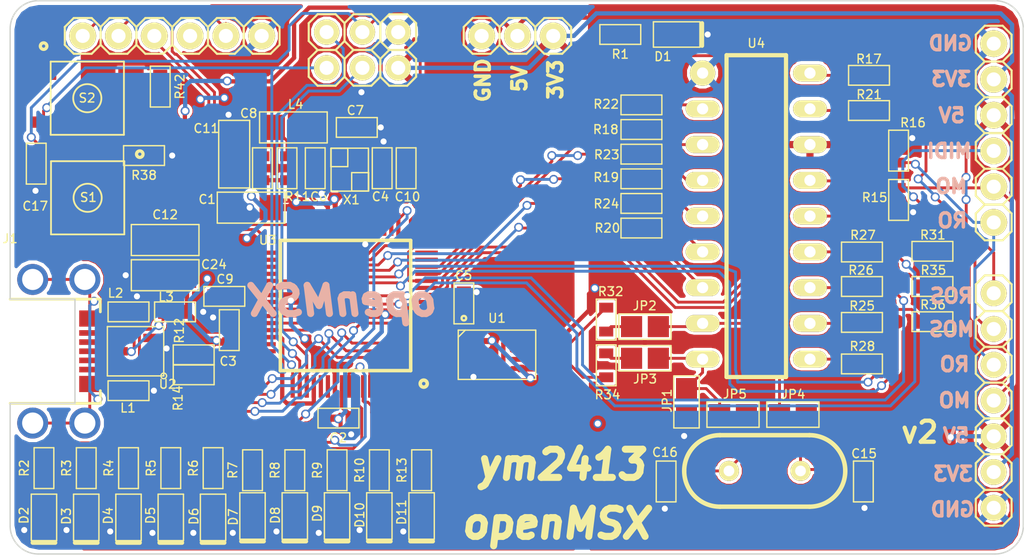
<source format=kicad_pcb>
(kicad_pcb (version 3) (host pcbnew "(2014-06-26 BZR 4956)-product")
  (layers (15 F.Cu signal) (0 B.Cu signal) (18 B.Paste user hide) (19 F.Paste user hide) (20 B.SilkS user) (21 F.SilkS user) (22 B.Mask user hide) (23 F.Mask user hide) (28 Edge.Cuts user))
  (net 0 "")
  (net 1 +3.3V)
  (net 2 +3.3VADC)
  (net 3 +5V)
  (net 4 /A0)
  (net 5 /A0')
  (net 6 /D+)
  (net 7 /D+B)
  (net 8 /D+_IN)
  (net 9 /D-)
  (net 10 /D-B)
  (net 11 /D-_IN)
  (net 12 /D0)
  (net 13 /D0')
  (net 14 /D1)
  (net 15 /D1')
  (net 16 /D2)
  (net 17 /D2')
  (net 18 /D3)
  (net 19 /D3')
  (net 20 /D4)
  (net 21 /D4')
  (net 22 /D5)
  (net 23 /D5')
  (net 24 /D6)
  (net 25 /D6')
  (net 26 /D7)
  (net 27 /D7')
  (net 28 /DEBUG_RX)
  (net 29 /DEBUG_TX)
  (net 30 /DECOUPLE)
  (net 31 /GI_2)
  (net 32 /G_I1)
  (net 33 /LED0)
  (net 34 /LED1)
  (net 35 /LED2)
  (net 36 /LED3)
  (net 37 /LED4)
  (net 38 /LED5)
  (net 39 /LED6)
  (net 40 /LED7)
  (net 41 /LED8)
  (net 42 /LED9)
  (net 43 /MIDI_IN)
  (net 44 /MO)
  (net 45 /RO)
  (net 46 /SWC)
  (net 47 /SWCU)
  (net 48 /SWD)
  (net 49 /SWO)
  (net 50 /USB_DMPU)
  (net 51 /VBUS_IN)
  (net 52 /XIN)
  (net 53 /XIN')
  (net 54 /XIN3V3)
  (net 55 /XOUT)
  (net 56 /XOUT')
  (net 57 /XOUT3V3)
  (net 58 /XTN)
  (net 59 /XTP)
  (net 60 /~CS)
  (net 61 /~CS')
  (net 62 /~IC)
  (net 63 /~IC')
  (net 64 /~RESET)
  (net 65 /~RESETD)
  (net 66 /~WE)
  (net 67 /~WE')
  (net 68 GND)
  (net 69 "Net-(C15-Pad1)")
  (net 70 "Net-(C16-Pad1)")
  (net 71 "Net-(D1-Pad1)")
  (net 72 "Net-(D2-Pad1)")
  (net 73 "Net-(D3-Pad1)")
  (net 74 "Net-(D4-Pad1)")
  (net 75 "Net-(D5-Pad1)")
  (net 76 "Net-(D6-Pad1)")
  (net 77 "Net-(D7-Pad1)")
  (net 78 "Net-(D8-Pad1)")
  (net 79 "Net-(D9-Pad1)")
  (net 80 "Net-(D10-Pad1)")
  (net 81 "Net-(D11-Pad1)")
  (net 82 "Net-(J1-Pad4)")
  (net 83 "Net-(JP2-Pad2)")
  (net 84 "Net-(JP3-Pad2)")
  (net 85 "Net-(L4-Pad2)")
  (net 86 "Net-(P35-Pad1)")
  (net 87 "Net-(P35-Pad4)")
  (net 88 "Net-(S1-Pad3)")
  (net 89 "Net-(S1-Pad4)")
  (net 90 "Net-(S2-Pad1)")
  (net 91 "Net-(S2-Pad3)")
  (net 92 "Net-(U3-Pad15)")
  (net 93 "Net-(U3-Pad16)")
  (net 94 "Net-(U3-Pad18)")
  (net 95 "Net-(U3-Pad19)")
  (net 96 "Net-(U3-Pad21)")
  (net 97 "Net-(U3-Pad53)")
  (net 98 "Net-(U3-Pad54)")
  (net 99 /MO_SAMPLE)
  (net 100 /RO_SAMPLE)
  (net 101 "Net-(U3-Pad63)")
  (net 102 "Net-(U3-Pad34)")
  (net 103 "Net-(U3-Pad35)")
  (net 104 "Net-(U3-Pad36)")
  (net 105 "Net-(U3-Pad31)")
  (net 106 "Net-(U3-Pad64)")
  (module HC-49V (layer F.Cu) (at 137.75 107)
    (fp_text reference X2 hide)
    (fp_text value CRYSTAL hide)
    (pad 1 thru_hole circle (at -2.54 0) (size 1.4224 1.4224) (drill 0.762) (layers *.Cu *.Mask F.SilkS) (net 70 "Net-(C16-Pad1)"))
    (pad 2 thru_hole circle (at 2.54 0) (size 1.4224 1.4224) (drill 0.762) (layers *.Cu *.Mask F.SilkS) (net 69 "Net-(C15-Pad1)"))
  )
  (module pretty:1206 (layer F.Cu) (at 101.3 88.3)
    (fp_text reference C1 (at -3.12 -0.59) (layer F.SilkS) (effects (font (size 0.625 0.625) (thickness 0.1))))
    (fp_text value 10uF hide)
    (pad 1 smd rect (at -1.4 0) (size 1.6 1.8) (layers F.Cu F.Paste F.Mask) (net 68 GND))
    (pad 2 smd rect (at 1.4 0) (size 1.6 1.8) (layers F.Cu F.Paste F.Mask) (net 1 +3.3V))
  )
  (module pretty:0603_S (layer F.Cu) (at 107.5 103.25 180)
    (fp_text reference C2 (at 0 -1.4 180) (layer F.SilkS) (effects (font (size 0.625 0.625) (thickness 0.1))))
    (fp_text value 100nF hide)
    (pad 1 smd rect (at -0.85 0 180) (size 0.7 1) (layers F.Cu F.Paste F.Mask) (net 68 GND))
    (pad 2 smd rect (at 0.85 0 180) (size 0.7 1) (layers F.Cu F.Paste F.Mask) (net 1 +3.3V))
  )
  (module pretty:0603_S (layer F.Cu) (at 99.75 97 270)
    (fp_text reference C3 (at 2.21 0.08 360) (layer F.SilkS) (effects (font (size 0.625 0.625) (thickness 0.1))))
    (fp_text value 100nF hide)
    (pad 1 smd rect (at -0.85 0 270) (size 0.7 1) (layers F.Cu F.Paste F.Mask) (net 68 GND))
    (pad 2 smd rect (at 0.85 0 270) (size 0.7 1) (layers F.Cu F.Paste F.Mask) (net 1 +3.3V))
  )
  (module pretty:0603_S (layer F.Cu) (at 110.6 85.5 270)
    (fp_text reference C4 (at 2.02 0.12 360) (layer F.SilkS) (effects (font (size 0.625 0.625) (thickness 0.1))))
    (fp_text value 18pF hide)
    (pad 1 smd rect (at -0.85 0 270) (size 0.7 1) (layers F.Cu F.Paste F.Mask) (net 68 GND))
    (pad 2 smd rect (at 0.85 0 270) (size 0.7 1) (layers F.Cu F.Paste F.Mask) (net 59 /XTP))
  )
  (module pretty:0603_S (layer F.Cu) (at 116.4 95.1 270)
    (fp_text reference C5 (at -1.98 0.02 360) (layer F.SilkS) (effects (font (size 0.625 0.625) (thickness 0.1))))
    (fp_text value 100nF hide)
    (pad 1 smd rect (at -0.85 0 270) (size 0.7 1) (layers F.Cu F.Paste F.Mask) (net 68 GND))
    (pad 2 smd rect (at 0.85 0 270) (size 0.7 1) (layers F.Cu F.Paste F.Mask) (net 1 +3.3V))
  )
  (module pretty:0603_S (layer F.Cu) (at 105.85 85.5 90)
    (fp_text reference C6 (at -2.02 0.25 180) (layer F.SilkS) (effects (font (size 0.625 0.625) (thickness 0.1))))
    (fp_text value 18pF hide)
    (pad 1 smd rect (at -0.85 0 90) (size 0.7 1) (layers F.Cu F.Paste F.Mask) (net 68 GND))
    (pad 2 smd rect (at 0.85 0 90) (size 0.7 1) (layers F.Cu F.Paste F.Mask) (net 58 /XTN))
  )
  (module pretty:0603_S (layer F.Cu) (at 108.8 82.6 180)
    (fp_text reference C7 (at 0.1 1.21 180) (layer F.SilkS) (effects (font (size 0.625 0.625) (thickness 0.1))))
    (fp_text value 1uF hide)
    (pad 1 smd rect (at -0.85 0 180) (size 0.7 1) (layers F.Cu F.Paste F.Mask) (net 68 GND))
    (pad 2 smd rect (at 0.85 0 180) (size 0.7 1) (layers F.Cu F.Paste F.Mask) (net 1 +3.3V))
  )
  (module pretty:0603_S (layer F.Cu) (at 102.1 85.5 270)
    (fp_text reference C8 (at -3.9 0.97 360) (layer F.SilkS) (effects (font (size 0.625 0.625) (thickness 0.1))))
    (fp_text value 10nF hide)
    (pad 1 smd rect (at -0.85 0 270) (size 0.7 1) (layers F.Cu F.Paste F.Mask) (net 68 GND))
    (pad 2 smd rect (at 0.85 0 270) (size 0.7 1) (layers F.Cu F.Paste F.Mask) (net 2 +3.3VADC))
  )
  (module pretty:0603_S (layer F.Cu) (at 99.4 94.6)
    (fp_text reference C9 (at 0.05 -1.22) (layer F.SilkS) (effects (font (size 0.625 0.625) (thickness 0.1))))
    (fp_text value 1uF hide)
    (pad 1 smd rect (at -0.85 0) (size 0.7 1) (layers F.Cu F.Paste F.Mask) (net 68 GND))
    (pad 2 smd rect (at 0.85 0) (size 0.7 1) (layers F.Cu F.Paste F.Mask) (net 30 /DECOUPLE))
  )
  (module pretty:0603_S (layer F.Cu) (at 112.3 85.5 270)
    (fp_text reference C10 (at 2.03 -0.1 360) (layer F.SilkS) (effects (font (size 0.625 0.625) (thickness 0.1))))
    (fp_text value 10nF hide)
    (pad 1 smd rect (at -0.85 0 270) (size 0.7 1) (layers F.Cu F.Paste F.Mask) (net 68 GND))
    (pad 2 smd rect (at 0.85 0 270) (size 0.7 1) (layers F.Cu F.Paste F.Mask) (net 2 +3.3VADC))
  )
  (module pretty:1206 (layer F.Cu) (at 100.1 84.5 270)
    (fp_text reference C11 (at -1.83 1.98 360) (layer F.SilkS) (effects (font (size 0.625 0.625) (thickness 0.1))))
    (fp_text value 10uF hide)
    (pad 1 smd rect (at -1.4 0 270) (size 1.6 1.8) (layers F.Cu F.Paste F.Mask) (net 68 GND))
    (pad 2 smd rect (at 1.4 0 270) (size 1.6 1.8) (layers F.Cu F.Paste F.Mask) (net 2 +3.3VADC))
  )
  (module pretty:1206 (layer F.Cu) (at 95.2 90.6)
    (fp_text reference C12 (at 0 -1.8) (layer F.SilkS) (effects (font (size 0.625 0.625) (thickness 0.1))))
    (fp_text value 4.7uF hide)
    (pad 1 smd rect (at -1.4 0) (size 1.6 1.8) (layers F.Cu F.Paste F.Mask) (net 68 GND))
    (pad 2 smd rect (at 1.4 0) (size 1.6 1.8) (layers F.Cu F.Paste F.Mask) (net 3 +5V))
  )
  (module pretty:0603_S (layer F.Cu) (at 144.75 107.75 270)
    (fp_text reference C15 (at -1.98 -0.05 360) (layer F.SilkS) (effects (font (size 0.625 0.625) (thickness 0.1))))
    (fp_text value 20pF/NC hide)
    (pad 1 smd rect (at -0.85 0 270) (size 0.7 1) (layers F.Cu F.Paste F.Mask) (net 69 "Net-(C15-Pad1)"))
    (pad 2 smd rect (at 0.85 0 270) (size 0.7 1) (layers F.Cu F.Paste F.Mask) (net 68 GND))
  )
  (module pretty:0603_S (layer F.Cu) (at 130.75 107.75 270)
    (fp_text reference C16 (at -2.07 0.08 360) (layer F.SilkS) (effects (font (size 0.625 0.625) (thickness 0.1))))
    (fp_text value 20pF/NC hide)
    (pad 1 smd rect (at -0.85 0 270) (size 0.7 1) (layers F.Cu F.Paste F.Mask) (net 70 "Net-(C16-Pad1)"))
    (pad 2 smd rect (at 0.85 0 270) (size 0.7 1) (layers F.Cu F.Paste F.Mask) (net 68 GND))
  )
  (module pretty:0603_S (layer F.Cu) (at 86.05 85.175 90)
    (fp_text reference C17 (at -3.015 -0.07 180) (layer F.SilkS) (effects (font (size 0.625 0.625) (thickness 0.1))))
    (fp_text value 100nF hide)
    (pad 1 smd rect (at -0.85 0 90) (size 0.7 1) (layers F.Cu F.Paste F.Mask) (net 68 GND))
    (pad 2 smd rect (at 0.85 0 90) (size 0.7 1) (layers F.Cu F.Paste F.Mask) (net 64 /~RESET))
  )
  (module pretty:1206 (layer F.Cu) (at 95.2 93.1)
    (fp_text reference C24 (at 3.46 -0.76) (layer F.SilkS) (effects (font (size 0.625 0.625) (thickness 0.1))))
    (fp_text value 4.7uF hide)
    (pad 1 smd rect (at -1.4 0) (size 1.6 1.8) (layers F.Cu F.Paste F.Mask) (net 68 GND))
    (pad 2 smd rect (at 1.4 0) (size 1.6 1.8) (layers F.Cu F.Paste F.Mask) (net 3 +5V))
  )
  (module pretty:0805_LED (layer F.Cu) (at 131.5 76)
    (fp_text reference D1 (at -0.98 1.57) (layer F.SilkS) (effects (font (size 0.625 0.625) (thickness 0.1))))
    (fp_text value LED hide)
    (pad 1 smd rect (at -0.85 0) (size 1.3 1.5) (layers F.Cu F.Paste F.Mask) (net 71 "Net-(D1-Pad1)"))
    (pad 2 smd rect (at 0.85 0) (size 1.3 1.5) (layers F.Cu F.Paste F.Mask) (net 68 GND))
  )
  (module pretty:0805_LED (layer F.Cu) (at 86.6 110.3 270)
    (fp_text reference D2 (at -0.14 1.42 270) (layer F.SilkS) (effects (font (size 0.625 0.625) (thickness 0.1))))
    (fp_text value LED hide)
    (pad 1 smd rect (at -0.85 0 270) (size 1.3 1.5) (layers F.Cu F.Paste F.Mask) (net 72 "Net-(D2-Pad1)"))
    (pad 2 smd rect (at 0.85 0 270) (size 1.3 1.5) (layers F.Cu F.Paste F.Mask) (net 68 GND))
  )
  (module pretty:0805_LED (layer F.Cu) (at 89.6 110.3 270)
    (fp_text reference D3 (at -0.09 1.41 270) (layer F.SilkS) (effects (font (size 0.625 0.625) (thickness 0.1))))
    (fp_text value LED hide)
    (pad 1 smd rect (at -0.85 0 270) (size 1.3 1.5) (layers F.Cu F.Paste F.Mask) (net 73 "Net-(D3-Pad1)"))
    (pad 2 smd rect (at 0.85 0 270) (size 1.3 1.5) (layers F.Cu F.Paste F.Mask) (net 68 GND))
  )
  (module pretty:0805_LED (layer F.Cu) (at 92.6 110.3 270)
    (fp_text reference D4 (at -0.12 1.44 270) (layer F.SilkS) (effects (font (size 0.625 0.625) (thickness 0.1))))
    (fp_text value LED hide)
    (pad 1 smd rect (at -0.85 0 270) (size 1.3 1.5) (layers F.Cu F.Paste F.Mask) (net 74 "Net-(D4-Pad1)"))
    (pad 2 smd rect (at 0.85 0 270) (size 1.3 1.5) (layers F.Cu F.Paste F.Mask) (net 68 GND))
  )
  (module pretty:0805_LED (layer F.Cu) (at 95.6 110.3 270)
    (fp_text reference D5 (at -0.14 1.44 270) (layer F.SilkS) (effects (font (size 0.625 0.625) (thickness 0.1))))
    (fp_text value LED hide)
    (pad 1 smd rect (at -0.85 0 270) (size 1.3 1.5) (layers F.Cu F.Paste F.Mask) (net 75 "Net-(D5-Pad1)"))
    (pad 2 smd rect (at 0.85 0 270) (size 1.3 1.5) (layers F.Cu F.Paste F.Mask) (net 68 GND))
  )
  (module pretty:0805_LED (layer F.Cu) (at 98.6 110.3 270)
    (fp_text reference D6 (at -0.08 1.36 270) (layer F.SilkS) (effects (font (size 0.625 0.625) (thickness 0.1))))
    (fp_text value LED hide)
    (pad 1 smd rect (at -0.85 0 270) (size 1.3 1.5) (layers F.Cu F.Paste F.Mask) (net 76 "Net-(D6-Pad1)"))
    (pad 2 smd rect (at 0.85 0 270) (size 1.3 1.5) (layers F.Cu F.Paste F.Mask) (net 68 GND))
  )
  (module pretty:0805_LED (layer F.Cu) (at 101.4 110.2 270)
    (fp_text reference D7 (at 0.07 1.37 270) (layer F.SilkS) (effects (font (size 0.625 0.625) (thickness 0.1))))
    (fp_text value LED hide)
    (pad 1 smd rect (at -0.85 0 270) (size 1.3 1.5) (layers F.Cu F.Paste F.Mask) (net 77 "Net-(D7-Pad1)"))
    (pad 2 smd rect (at 0.85 0 270) (size 1.3 1.5) (layers F.Cu F.Paste F.Mask) (net 68 GND))
  )
  (module pretty:0805_LED (layer F.Cu) (at 104.4 110.2 270)
    (fp_text reference D8 (at -0.05 1.38 270) (layer F.SilkS) (effects (font (size 0.625 0.625) (thickness 0.1))))
    (fp_text value LED hide)
    (pad 1 smd rect (at -0.85 0 270) (size 1.3 1.5) (layers F.Cu F.Paste F.Mask) (net 78 "Net-(D8-Pad1)"))
    (pad 2 smd rect (at 0.85 0 270) (size 1.3 1.5) (layers F.Cu F.Paste F.Mask) (net 68 GND))
  )
  (module pretty:0805_LED (layer F.Cu) (at 107.4 110.2 270)
    (fp_text reference D9 (at -0.18 1.4 270) (layer F.SilkS) (effects (font (size 0.625 0.625) (thickness 0.1))))
    (fp_text value LED hide)
    (pad 1 smd rect (at -0.85 0 270) (size 1.3 1.5) (layers F.Cu F.Paste F.Mask) (net 79 "Net-(D9-Pad1)"))
    (pad 2 smd rect (at 0.85 0 270) (size 1.3 1.5) (layers F.Cu F.Paste F.Mask) (net 68 GND))
  )
  (module pretty:0805_LED (layer F.Cu) (at 110.4 110.2 270)
    (fp_text reference D10 (at -0.07 1.39 270) (layer F.SilkS) (effects (font (size 0.625 0.625) (thickness 0.1))))
    (fp_text value LED hide)
    (pad 1 smd rect (at -0.85 0 270) (size 1.3 1.5) (layers F.Cu F.Paste F.Mask) (net 80 "Net-(D10-Pad1)"))
    (pad 2 smd rect (at 0.85 0 270) (size 1.3 1.5) (layers F.Cu F.Paste F.Mask) (net 68 GND))
  )
  (module pretty:0805_LED (layer F.Cu) (at 113.4 110.2 270)
    (fp_text reference D11 (at -0.27 1.42 270) (layer F.SilkS) (effects (font (size 0.625 0.625) (thickness 0.1))))
    (fp_text value LED hide)
    (pad 1 smd rect (at -0.85 0 270) (size 1.3 1.5) (layers F.Cu F.Paste F.Mask) (net 81 "Net-(D11-Pad1)"))
    (pad 2 smd rect (at 0.85 0 270) (size 1.3 1.5) (layers F.Cu F.Paste F.Mask) (net 68 GND))
  )
  (module pretty:PIN_1X3 (layer F.Cu) (at 120.2 76.1 90)
    (fp_text reference K1 hide)
    (fp_text value CONN_3 hide)
    (pad 1 thru_hole circle (at 0 -2.54 90) (size 1.906 1.906) (drill 1) (layers *.Cu *.Mask F.SilkS) (net 68 GND))
    (pad 2 thru_hole circle (at 0 0 90) (size 1.906 1.906) (drill 1) (layers *.Cu *.Mask F.SilkS) (net 3 +5V))
    (pad 3 thru_hole circle (at 0 2.54 90) (size 1.906 1.906) (drill 1) (layers *.Cu *.Mask F.SilkS) (net 1 +3.3V))
  )
  (module pretty:0603_S (layer F.Cu) (at 92.6 101.3 180)
    (fp_text reference L1 (at 0.04 -1.23 180) (layer F.SilkS) (effects (font (size 0.625 0.625) (thickness 0.1))))
    (fp_text value FB hide)
    (pad 1 smd rect (at -0.85 0 180) (size 0.7 1) (layers F.Cu F.Paste F.Mask) (net 68 GND))
    (pad 2 smd rect (at 0.85 0 180) (size 0.7 1) (layers F.Cu F.Paste F.Mask) (net 31 /GI_2))
  )
  (module pretty:0603_S (layer F.Cu) (at 92.6 95.7 180)
    (fp_text reference L2 (at 0.92 1.33 180) (layer F.SilkS) (effects (font (size 0.625 0.625) (thickness 0.1))))
    (fp_text value FB hide)
    (pad 1 smd rect (at -0.85 0 180) (size 0.7 1) (layers F.Cu F.Paste F.Mask) (net 68 GND))
    (pad 2 smd rect (at 0.85 0 180) (size 0.7 1) (layers F.Cu F.Paste F.Mask) (net 32 /G_I1))
  )
  (module pretty:0603_S (layer F.Cu) (at 95.9 95.7 180)
    (fp_text reference L3 (at 0.63 1.06 180) (layer F.SilkS) (effects (font (size 0.625 0.625) (thickness 0.1))))
    (fp_text value FB hide)
    (pad 1 smd rect (at -0.85 0 180) (size 0.7 1) (layers F.Cu F.Paste F.Mask) (net 3 +5V))
    (pad 2 smd rect (at 0.85 0 180) (size 0.7 1) (layers F.Cu F.Paste F.Mask) (net 51 /VBUS_IN))
  )
  (module pretty:1206 (layer F.Cu) (at 104.3 82.6 180)
    (fp_text reference L4 (at -0.16 1.64 180) (layer F.SilkS) (effects (font (size 0.625 0.625) (thickness 0.1))))
    (fp_text value L hide)
    (pad 1 smd rect (at -1.4 0 180) (size 1.6 1.8) (layers F.Cu F.Paste F.Mask) (net 1 +3.3V))
    (pad 2 smd rect (at 1.4 0 180) (size 1.6 1.8) (layers F.Cu F.Paste F.Mask) (net 85 "Net-(L4-Pad2)"))
  )
  (module pretty:Test_Pad_1mm (layer F.Cu) (at 115.5 106 180)
    (fp_text reference P10 hide)
    (fp_text value TEST_POINT hide)
    (pad 1 smd oval (at 0 0 180) (size 1 1) (layers F.Cu F.Paste F.Mask) (net 43 /MIDI_IN))
  )
  (module pretty:Test_Pad_1mm (layer F.Cu) (at 147.15 96.4)
    (fp_text reference P27 hide)
    (fp_text value TEST_POINT hide)
    (pad 1 smd oval (at 0 0) (size 1 1) (layers F.Cu F.Paste F.Mask) (net 66 /~WE))
  )
  (module pretty:Test_Pad_1mm (layer F.Cu) (at 147.15 93.9)
    (fp_text reference P28 hide)
    (fp_text value TEST_POINT hide)
    (pad 1 smd oval (at 0 0) (size 1 1) (layers F.Cu F.Paste F.Mask) (net 60 /~CS))
  )
  (module pretty:Test_Pad_1mm (layer F.Cu) (at 147.15 91.4)
    (fp_text reference P29 hide)
    (fp_text value TEST_POINT hide)
    (pad 1 smd oval (at 0 0) (size 1 1) (layers F.Cu F.Paste F.Mask) (net 62 /~IC))
  )
  (module pretty:PIN_2X3_ALT_S (layer F.Cu) (at 109.2 77.1 270)
    (fp_text reference P30 hide)
    (fp_text value CONN_3X2 hide)
    (pad 1 thru_hole circle (at -1.27 -2.54 90) (size 1.8 1.8) (drill 1) (layers *.Cu *.Mask F.SilkS) (net 68 GND))
    (pad 2 thru_hole circle (at 1.27 -2.54 270) (size 1.8 1.8) (drill 1) (layers *.Cu *.Mask F.SilkS) (net 1 +3.3V))
    (pad 3 thru_hole circle (at -1.27 0 90) (size 1.8 1.8) (drill 1) (layers *.Cu *.Mask F.SilkS) (net 64 /~RESET))
    (pad 4 thru_hole circle (at 1.27 0 270) (size 1.8 1.8) (drill 1) (layers *.Cu *.Mask F.SilkS) (net 49 /SWO))
    (pad 5 thru_hole circle (at -1.27 2.54 90) (size 1.8 1.8) (drill 1) (layers *.Cu *.Mask F.SilkS) (net 48 /SWD))
    (pad 6 thru_hole circle (at 1.27 2.54 270) (size 1.8 1.8) (drill 1) (layers *.Cu *.Mask F.SilkS) (net 46 /SWC))
  )
  (module pretty:PIN_1X6_S (layer F.Cu) (at 95.7 76.1 90)
    (fp_text reference P35 hide)
    (fp_text value CONN_6 hide)
    (pad 1 thru_hole circle (at 0 -6.35 90) (size 1.906 1.906) (drill 1) (layers *.Cu *.Mask F.SilkS) (net 86 "Net-(P35-Pad1)"))
    (pad 2 thru_hole circle (at 0 -3.81 90) (size 1.906 1.906) (drill 1) (layers *.Cu *.Mask F.SilkS) (net 29 /DEBUG_TX))
    (pad 3 thru_hole circle (at 0 -1.27 90) (size 1.906 1.906) (drill 1) (layers *.Cu *.Mask F.SilkS) (net 28 /DEBUG_RX))
    (pad 4 thru_hole circle (at 0 1.27 90) (size 1.906 1.906) (drill 1) (layers *.Cu *.Mask F.SilkS) (net 87 "Net-(P35-Pad4)"))
    (pad 5 thru_hole circle (at 0 3.81 90) (size 1.906 1.906) (drill 1) (layers *.Cu *.Mask F.SilkS) (net 86 "Net-(P35-Pad1)"))
    (pad 6 thru_hole circle (at 0 6.35 90) (size 1.906 1.906) (drill 1) (layers *.Cu *.Mask F.SilkS) (net 68 GND))
  )
  (module pretty:Test_Pad_1mm (layer F.Cu) (at 144.15 86.4)
    (fp_text reference P37 hide)
    (fp_text value TEST_POINT hide)
    (pad 1 smd oval (at 0 0) (size 1 1) (layers F.Cu F.Paste F.Mask) (net 45 /RO))
  )
  (module pretty:Test_Pad_1mm (layer F.Cu) (at 144.15 88.9)
    (fp_text reference P38 hide)
    (fp_text value TEST_POINT hide)
    (pad 1 smd oval (at 0 0) (size 1 1) (layers F.Cu F.Paste F.Mask) (net 44 /MO))
  )
  (module pretty:BUTTON_ALPS_SMD_5.2mm_SKQG_S (layer F.Cu) (at 89.7 87.6 270)
    (fp_text reference S1 (at -0.03 -0.05 360) (layer F.SilkS) (effects (font (size 0.625 0.625) (thickness 0.1))))
    (fp_text value TACTSW hide)
    (pad 1 smd rect (at -3.1 -1.7 90) (size 1.8 0.8) (layers F.Cu F.Paste F.Mask) (net 65 /~RESETD))
    (pad 2 smd rect (at -3.1 1.7 90) (size 1.8 0.8) (layers F.Cu F.Paste F.Mask) (net 64 /~RESET))
    (pad 3 smd rect (at 3.1 1.7 270) (size 1.8 0.8) (layers F.Cu F.Paste F.Mask) (net 88 "Net-(S1-Pad3)"))
    (pad 4 smd rect (at 3.1 -1.7 270) (size 1.8 0.8) (layers F.Cu F.Paste F.Mask) (net 89 "Net-(S1-Pad4)"))
  )
  (module pretty:BUTTON_ALPS_SMD_5.2mm_SKQG_S (layer F.Cu) (at 89.675 80.525)
    (fp_text reference S2 (at -0.015 -0.015) (layer F.SilkS) (effects (font (size 0.625 0.625) (thickness 0.1))))
    (fp_text value TACTSW hide)
    (pad 1 smd rect (at -3.1 -1.7 180) (size 1.8 0.8) (layers F.Cu F.Paste F.Mask) (net 90 "Net-(S2-Pad1)"))
    (pad 2 smd rect (at -3.1 1.7 180) (size 1.8 0.8) (layers F.Cu F.Paste F.Mask) (net 46 /SWC))
    (pad 3 smd rect (at 3.1 1.7) (size 1.8 0.8) (layers F.Cu F.Paste F.Mask) (net 91 "Net-(S2-Pad3)"))
    (pad 4 smd rect (at 3.1 -1.7) (size 1.8 0.8) (layers F.Cu F.Paste F.Mask) (net 47 /SWCU))
  )
  (module pretty:R-PDSO-G8 (layer F.Cu) (at 118.75 98.75)
    (fp_text reference U1 (at 0 -2.6) (layer F.SilkS) (effects (font (size 0.625 0.625) (thickness 0.1))))
    (fp_text value SN74LVC2T45 hide)
    (pad 1 smd oval (at -1.7 -0.975) (size 1.6 0.35) (layers F.Cu F.Paste F.Mask) (net 1 +3.3V))
    (pad 2 smd oval (at -1.7 -0.325) (size 1.6 0.35) (layers F.Cu F.Paste F.Mask) (net 54 /XIN3V3))
    (pad 3 smd oval (at -1.7 0.325) (size 1.6 0.35) (layers F.Cu F.Paste F.Mask) (net 57 /XOUT3V3))
    (pad 4 smd oval (at -1.7 0.975) (size 1.6 0.35) (layers F.Cu F.Paste F.Mask) (net 68 GND))
    (pad 5 smd oval (at 1.7 0.975) (size 1.6 0.35) (layers F.Cu F.Paste F.Mask) (net 1 +3.3V))
    (pad 6 smd oval (at 1.7 0.325) (size 1.6 0.35) (layers F.Cu F.Paste F.Mask) (net 55 /XOUT))
    (pad 7 smd oval (at 1.7 -0.325) (size 1.6 0.35) (layers F.Cu F.Paste F.Mask) (net 52 /XIN))
    (pad 8 smd oval (at 1.7 -0.975) (size 1.6 0.35) (layers F.Cu F.Paste F.Mask) (net 3 +5V))
  )
  (module pretty:SOT-23-6L (layer F.Cu) (at 93.1 98.5 180)
    (fp_text reference U2 (at -2.28 -2.34 180) (layer F.SilkS) (effects (font (size 0.625 0.625) (thickness 0.1))))
    (fp_text value ST-USBLC6-2 hide)
    (pad 1 smd rect (at -1.15 -0.95) (size 1.2 0.6) (layers F.Cu F.Paste F.Mask) (net 7 /D+B))
    (pad 2 smd rect (at -1.15 0) (size 1.2 0.6) (layers F.Cu F.Paste F.Mask) (net 68 GND))
    (pad 3 smd rect (at -1.15 0.95) (size 1.2 0.6) (layers F.Cu F.Paste F.Mask) (net 10 /D-B))
    (pad 4 smd rect (at 1.15 0.95 180) (size 1.2 0.6) (layers F.Cu F.Paste F.Mask) (net 11 /D-_IN))
    (pad 5 smd rect (at 1.15 0 180) (size 1.2 0.6) (layers F.Cu F.Paste F.Mask) (net 51 /VBUS_IN))
    (pad 6 smd rect (at 1.15 -0.95 180) (size 1.2 0.6) (layers F.Cu F.Paste F.Mask) (net 8 /D+_IN))
  )
  (module pretty:TQFP64 (layer F.Cu) (at 108 95.25 180)
    (fp_text reference U3 (at 5.52 4.64 180) (layer F.SilkS) (effects (font (size 0.625 0.625) (thickness 0.1))))
    (fp_text value EFM32GG332 hide)
    (pad 1 smd rect (at -5.75 -3.75) (size 1.6 0.3) (layers F.Cu F.Paste F.Mask) (net 57 /XOUT3V3))
    (pad 2 smd rect (at -5.75 -3.25) (size 1.6 0.3) (layers F.Cu F.Paste F.Mask) (net 54 /XIN3V3))
    (pad 3 smd rect (at -5.75 -2.75) (size 1.6 0.3) (layers F.Cu F.Paste F.Mask) (net 33 /LED0))
    (pad 4 smd rect (at -5.75 -2.25) (size 1.6 0.3) (layers F.Cu F.Paste F.Mask) (net 34 /LED1))
    (pad 5 smd rect (at -5.75 -1.75) (size 1.6 0.3) (layers F.Cu F.Paste F.Mask) (net 35 /LED2))
    (pad 6 smd rect (at -5.75 -1.25) (size 1.6 0.3) (layers F.Cu F.Paste F.Mask) (net 36 /LED3))
    (pad 7 smd rect (at -5.75 -0.75) (size 1.6 0.3) (layers F.Cu F.Paste F.Mask) (net 1 +3.3V))
    (pad 8 smd rect (at -5.75 -0.25) (size 1.6 0.3) (layers F.Cu F.Paste F.Mask) (net 68 GND))
    (pad 9 smd rect (at -5.75 0.25) (size 1.6 0.3) (layers F.Cu F.Paste F.Mask) (net 12 /D0))
    (pad 10 smd rect (at -5.75 0.75) (size 1.6 0.3) (layers F.Cu F.Paste F.Mask) (net 14 /D1))
    (pad 11 smd rect (at -5.75 1.25) (size 1.6 0.3) (layers F.Cu F.Paste F.Mask) (net 16 /D2))
    (pad 12 smd rect (at -5.75 1.75) (size 1.6 0.3) (layers F.Cu F.Paste F.Mask) (net 18 /D3))
    (pad 13 smd rect (at -5.75 2.25) (size 1.6 0.3) (layers F.Cu F.Paste F.Mask) (net 20 /D4))
    (pad 14 smd rect (at -5.75 2.75) (size 1.6 0.3) (layers F.Cu F.Paste F.Mask) (net 22 /D5))
    (pad 15 smd rect (at -5.75 3.25) (size 1.6 0.3) (layers F.Cu F.Paste F.Mask) (net 92 "Net-(U3-Pad15)"))
    (pad 16 smd rect (at -5.75 3.75) (size 1.6 0.3) (layers F.Cu F.Paste F.Mask) (net 93 "Net-(U3-Pad16)"))
    (pad 17 smd rect (at -3.75 5.75 270) (size 1.6 0.3) (layers F.Cu F.Paste F.Mask) (net 37 /LED4))
    (pad 18 smd rect (at -3.25 5.75 270) (size 1.6 0.3) (layers F.Cu F.Paste F.Mask) (net 94 "Net-(U3-Pad18)"))
    (pad 19 smd rect (at -2.75 5.75 270) (size 1.6 0.3) (layers F.Cu F.Paste F.Mask) (net 95 "Net-(U3-Pad19)"))
    (pad 20 smd rect (at -2.25 5.75 270) (size 1.6 0.3) (layers F.Cu F.Paste F.Mask) (net 64 /~RESET))
    (pad 21 smd rect (at -1.75 5.75 270) (size 1.6 0.3) (layers F.Cu F.Paste F.Mask) (net 96 "Net-(U3-Pad21)"))
    (pad 22 smd rect (at -1.25 5.75 270) (size 1.6 0.3) (layers F.Cu F.Paste F.Mask) (net 68 GND))
    (pad 23 smd rect (at -0.75 5.75 270) (size 1.6 0.3) (layers F.Cu F.Paste F.Mask) (net 2 +3.3VADC))
    (pad 24 smd rect (at -0.25 5.75 270) (size 1.6 0.3) (layers F.Cu F.Paste F.Mask) (net 59 /XTP))
    (pad 25 smd rect (at 0.25 5.75 270) (size 1.6 0.3) (layers F.Cu F.Paste F.Mask) (net 58 /XTN))
    (pad 26 smd rect (at 0.75 5.75 270) (size 1.6 0.3) (layers F.Cu F.Paste F.Mask) (net 1 +3.3V))
    (pad 27 smd rect (at 1.25 5.75 270) (size 1.6 0.3) (layers F.Cu F.Paste F.Mask) (net 2 +3.3VADC))
    (pad 28 smd rect (at 1.75 5.75 270) (size 1.6 0.3) (layers F.Cu F.Paste F.Mask) (net 100 /RO_SAMPLE))
    (pad 29 smd rect (at 2.25 5.75 270) (size 1.6 0.3) (layers F.Cu F.Paste F.Mask) (net 99 /MO_SAMPLE))
    (pad 30 smd rect (at 2.75 5.75 270) (size 1.6 0.3) (layers F.Cu F.Paste F.Mask) (net 50 /USB_DMPU))
    (pad 31 smd rect (at 3.25 5.75 270) (size 1.6 0.3) (layers F.Cu F.Paste F.Mask) (net 105 "Net-(U3-Pad31)"))
    (pad 32 smd rect (at 3.75 5.75 270) (size 1.6 0.3) (layers F.Cu F.Paste F.Mask) (net 29 /DEBUG_TX))
    (pad 33 smd rect (at 5.75 3.75 180) (size 1.6 0.3) (layers F.Cu F.Paste F.Mask) (net 28 /DEBUG_RX))
    (pad 34 smd rect (at 5.75 3.25 180) (size 1.6 0.3) (layers F.Cu F.Paste F.Mask) (net 102 "Net-(U3-Pad34)"))
    (pad 35 smd rect (at 5.75 2.75 180) (size 1.6 0.3) (layers F.Cu F.Paste F.Mask) (net 103 "Net-(U3-Pad35)"))
    (pad 36 smd rect (at 5.75 2.25 180) (size 1.6 0.3) (layers F.Cu F.Paste F.Mask) (net 104 "Net-(U3-Pad36)"))
    (pad 37 smd rect (at 5.75 1.75 180) (size 1.6 0.3) (layers F.Cu F.Paste F.Mask) (net 24 /D6))
    (pad 38 smd rect (at 5.75 1.25 180) (size 1.6 0.3) (layers F.Cu F.Paste F.Mask) (net 26 /D7))
    (pad 39 smd rect (at 5.75 0.75 180) (size 1.6 0.3) (layers F.Cu F.Paste F.Mask) (net 1 +3.3V))
    (pad 40 smd rect (at 5.75 0.25 180) (size 1.6 0.3) (layers F.Cu F.Paste F.Mask) (net 30 /DECOUPLE))
    (pad 41 smd rect (at 5.75 -0.25 180) (size 1.6 0.3) (layers F.Cu F.Paste F.Mask) (net 4 /A0))
    (pad 42 smd rect (at 5.75 -0.75 180) (size 1.6 0.3) (layers F.Cu F.Paste F.Mask) (net 66 /~WE))
    (pad 43 smd rect (at 5.75 -1.25 180) (size 1.6 0.3) (layers F.Cu F.Paste F.Mask) (net 60 /~CS))
    (pad 44 smd rect (at 5.75 -1.75 180) (size 1.6 0.3) (layers F.Cu F.Paste F.Mask) (net 62 /~IC))
    (pad 45 smd rect (at 5.75 -2.25 180) (size 1.6 0.3) (layers F.Cu F.Paste F.Mask) (net 3 +5V))
    (pad 46 smd rect (at 5.75 -2.75 180) (size 1.6 0.3) (layers F.Cu F.Paste F.Mask) (net 1 +3.3V))
    (pad 47 smd rect (at 5.75 -3.25 180) (size 1.6 0.3) (layers F.Cu F.Paste F.Mask) (net 9 /D-))
    (pad 48 smd rect (at 5.75 -3.75 180) (size 1.6 0.3) (layers F.Cu F.Paste F.Mask) (net 6 /D+))
    (pad 49 smd rect (at 3.75 -5.75 90) (size 1.6 0.3) (layers F.Cu F.Paste F.Mask) (net 46 /SWC))
    (pad 50 smd rect (at 3.25 -5.75 90) (size 1.6 0.3) (layers F.Cu F.Paste F.Mask) (net 48 /SWD))
    (pad 51 smd rect (at 2.75 -5.75 90) (size 1.6 0.3) (layers F.Cu F.Paste F.Mask) (net 49 /SWO))
    (pad 52 smd rect (at 2.25 -5.75 90) (size 1.6 0.3) (layers F.Cu F.Paste F.Mask) (net 3 +5V))
    (pad 53 smd rect (at 1.75 -5.75 90) (size 1.6 0.3) (layers F.Cu F.Paste F.Mask) (net 97 "Net-(U3-Pad53)"))
    (pad 54 smd rect (at 1.25 -5.75 90) (size 1.6 0.3) (layers F.Cu F.Paste F.Mask) (net 98 "Net-(U3-Pad54)"))
    (pad 55 smd rect (at 0.75 -5.75 90) (size 1.6 0.3) (layers F.Cu F.Paste F.Mask) (net 1 +3.3V))
    (pad 56 smd rect (at 0.25 -5.75 90) (size 1.6 0.3) (layers F.Cu F.Paste F.Mask) (net 68 GND))
    (pad 57 smd rect (at -0.25 -5.75 90) (size 1.6 0.3) (layers F.Cu F.Paste F.Mask) (net 38 /LED5))
    (pad 58 smd rect (at -0.75 -5.75 90) (size 1.6 0.3) (layers F.Cu F.Paste F.Mask) (net 39 /LED6))
    (pad 59 smd rect (at -1.25 -5.75 90) (size 1.6 0.3) (layers F.Cu F.Paste F.Mask) (net 40 /LED7))
    (pad 60 smd rect (at -1.75 -5.75 90) (size 1.6 0.3) (layers F.Cu F.Paste F.Mask) (net 43 /MIDI_IN))
    (pad 61 smd rect (at -2.25 -5.75 90) (size 1.6 0.3) (layers F.Cu F.Paste F.Mask) (net 41 /LED8))
    (pad 62 smd rect (at -2.75 -5.75 90) (size 1.6 0.3) (layers F.Cu F.Paste F.Mask) (net 42 /LED9))
    (pad 63 smd rect (at -3.25 -5.75 90) (size 1.6 0.3) (layers F.Cu F.Paste F.Mask) (net 101 "Net-(U3-Pad63)"))
    (pad 64 smd rect (at -3.75 -5.75 90) (size 1.6 0.3) (layers F.Cu F.Paste F.Mask) (net 106 "Net-(U3-Pad64)"))
  )
  (module pretty:DIL18 (layer F.Cu) (at 137.15 88.9)
    (fp_text reference U4 (at 0 -12.276667) (layer F.SilkS) (effects (font (size 0.625 0.625) (thickness 0.1))))
    (fp_text value YM2413 hide)
    (pad 1 thru_hole circle (at -3.81 -10.16 180) (size 1.8 1.8) (drill 0.8) (layers *.Cu *.Mask F.SilkS) (net 68 GND))
    (pad 2 thru_hole oval (at -3.81 -7.62 180) (size 2.4 1.2) (drill 0.8) (layers *.Cu *.Mask F.SilkS) (net 17 /D2'))
    (pad 3 thru_hole oval (at -3.81 -5.08 180) (size 2.4 1.2) (drill 0.8) (layers *.Cu *.Mask F.SilkS) (net 19 /D3'))
    (pad 4 thru_hole oval (at -3.81 -2.54 180) (size 2.4 1.2) (drill 0.8) (layers *.Cu *.Mask F.SilkS) (net 21 /D4'))
    (pad 5 thru_hole oval (at -3.81 0 180) (size 2.4 1.2) (drill 0.8) (layers *.Cu *.Mask F.SilkS) (net 23 /D5'))
    (pad 6 thru_hole oval (at -3.81 2.54 180) (size 2.4 1.2) (drill 0.8) (layers *.Cu *.Mask F.SilkS) (net 25 /D6'))
    (pad 7 thru_hole oval (at -3.81 5.08 180) (size 2.4 1.2) (drill 0.8) (layers *.Cu *.Mask F.SilkS) (net 27 /D7'))
    (pad 8 thru_hole oval (at -3.81 7.62 180) (size 2.4 1.2) (drill 0.8) (layers *.Cu *.Mask F.SilkS) (net 53 /XIN'))
    (pad 9 thru_hole oval (at -3.81 10.16 180) (size 2.4 1.2) (drill 0.8) (layers *.Cu *.Mask F.SilkS) (net 56 /XOUT'))
    (pad 10 thru_hole oval (at 3.81 10.16) (size 2.4 1.2) (drill 0.8) (layers *.Cu *.Mask F.SilkS) (net 5 /A0'))
    (pad 11 thru_hole oval (at 3.81 7.62) (size 2.4 1.2) (drill 0.8) (layers *.Cu *.Mask F.SilkS) (net 67 /~WE'))
    (pad 12 thru_hole oval (at 3.81 5.08) (size 2.4 1.2) (drill 0.8) (layers *.Cu *.Mask F.SilkS) (net 61 /~CS'))
    (pad 13 thru_hole oval (at 3.81 2.54) (size 2.4 1.2) (drill 0.8) (layers *.Cu *.Mask F.SilkS) (net 63 /~IC'))
    (pad 14 thru_hole oval (at 3.81 0) (size 2.4 1.2) (drill 0.8) (layers *.Cu *.Mask F.SilkS) (net 44 /MO))
    (pad 15 thru_hole oval (at 3.81 -2.54) (size 2.4 1.2) (drill 0.8) (layers *.Cu *.Mask F.SilkS) (net 45 /RO))
    (pad 16 thru_hole oval (at 3.81 -5.08) (size 2.4 1.2) (drill 0.8) (layers *.Cu *.Mask F.SilkS) (net 3 +5V))
    (pad 17 thru_hole oval (at 3.81 -7.62) (size 2.4 1.2) (drill 0.8) (layers *.Cu *.Mask F.SilkS) (net 13 /D0'))
    (pad 18 thru_hole oval (at 3.81 -10.16) (size 2.4 1.2) (drill 0.8) (layers *.Cu *.Mask F.SilkS) (net 15 /D1'))
  )
  (module pretty:CRYSTAL-TXC-8Z-2.5x2 (layer F.Cu) (at 108.3 85.6 90)
    (fp_text reference X1 (at -2.14 0.12 180) (layer F.SilkS) (effects (font (size 0.625 0.625) (thickness 0.1))))
    (fp_text value 48Mhz hide)
    (pad 1 smd rect (at -0.925 0.775) (size 0.9 1) (layers F.Cu F.Paste F.Mask) (net 59 /XTP))
    (pad 2 smd rect (at 0.925 0.775) (size 0.9 1) (layers F.Cu F.Paste F.Mask) (net 68 GND))
    (pad 3 smd rect (at 0.925 -0.775 180) (size 0.9 1) (layers F.Cu F.Paste F.Mask) (net 58 /XTN))
    (pad 4 smd rect (at -0.925 -0.775 180) (size 0.9 1) (layers F.Cu F.Paste F.Mask) (net 68 GND))
  )
  (module pretty:PIN_1X6_S (layer F.Cu) (at 154 83)
    (fp_text reference P5 hide)
    (fp_text value CONN_6 hide)
    (pad 1 thru_hole circle (at 0 -6.35) (size 1.906 1.906) (drill 1) (layers *.Cu *.Mask F.SilkS) (net 68 GND))
    (pad 2 thru_hole circle (at 0 -3.81) (size 1.906 1.906) (drill 1) (layers *.Cu *.Mask F.SilkS) (net 1 +3.3V))
    (pad 3 thru_hole circle (at 0 -1.27) (size 1.906 1.906) (drill 1) (layers *.Cu *.Mask F.SilkS) (net 3 +5V))
    (pad 4 thru_hole circle (at 0 1.27) (size 1.906 1.906) (drill 1) (layers *.Cu *.Mask F.SilkS) (net 43 /MIDI_IN))
    (pad 5 thru_hole circle (at 0 3.81) (size 1.906 1.906) (drill 1) (layers *.Cu *.Mask F.SilkS) (net 44 /MO))
    (pad 6 thru_hole circle (at 0 6.35) (size 1.906 1.906) (drill 1) (layers *.Cu *.Mask F.SilkS) (net 45 /RO))
  )
  (module pretty:PIN_1X7_S (layer F.Cu) (at 154 102 180)
    (fp_text reference P31 hide)
    (fp_text value CONN_7 hide)
    (pad 1 thru_hole circle (at 0 -7.62 180) (size 1.84 1.84) (drill 1) (layers *.Cu *.Mask F.SilkS) (net 68 GND))
    (pad 2 thru_hole circle (at 0 -5.08 180) (size 1.84 1.84) (drill 1) (layers *.Cu *.Mask F.SilkS) (net 1 +3.3V))
    (pad 3 thru_hole circle (at 0 -2.54 180) (size 1.84 1.84) (drill 1) (layers *.Cu *.Mask F.SilkS) (net 3 +5V))
    (pad 4 thru_hole circle (at 0 0 180) (size 1.84 1.84) (drill 1) (layers *.Cu *.Mask F.SilkS) (net 44 /MO))
    (pad 5 thru_hole circle (at 0 2.54 180) (size 1.84 1.84) (drill 1) (layers *.Cu *.Mask F.SilkS) (net 45 /RO))
    (pad 6 thru_hole circle (at 0 5.08 180) (size 1.84 1.84) (drill 1) (layers *.Cu *.Mask F.SilkS) (net 99 /MO_SAMPLE))
    (pad 7 thru_hole circle (at 0 7.62 180) (size 1.84 1.84) (drill 1) (layers *.Cu *.Mask F.SilkS) (net 100 /RO_SAMPLE))
  )
  (module pretty:0603_S_R (layer F.Cu) (at 127.5 76 180)
    (fp_text reference R1 (at 0 -1.4 180) (layer F.SilkS) (effects (font (size 0.625 0.625) (thickness 0.1))))
    (fp_text value 3k3 hide)
    (pad 1 smd rect (at -0.85 0 180) (size 0.7 1) (layers F.Cu F.Paste F.Mask) (net 71 "Net-(D1-Pad1)"))
    (pad 2 smd rect (at 0.85 0 180) (size 0.7 1) (layers F.Cu F.Paste F.Mask) (net 3 +5V))
  )
  (module pretty:0603_S_R (layer F.Cu) (at 86.6 106.8 90)
    (fp_text reference R2 (at 0 -1.4 90) (layer F.SilkS) (effects (font (size 0.625 0.625) (thickness 0.1))))
    (fp_text value 3k3 hide)
    (pad 1 smd rect (at -0.85 0 90) (size 0.7 1) (layers F.Cu F.Paste F.Mask) (net 72 "Net-(D2-Pad1)"))
    (pad 2 smd rect (at 0.85 0 90) (size 0.7 1) (layers F.Cu F.Paste F.Mask) (net 33 /LED0))
  )
  (module pretty:0603_S_R (layer F.Cu) (at 89.6 106.8 90)
    (fp_text reference R3 (at 0 -1.4 90) (layer F.SilkS) (effects (font (size 0.625 0.625) (thickness 0.1))))
    (fp_text value 3k3 hide)
    (pad 1 smd rect (at -0.85 0 90) (size 0.7 1) (layers F.Cu F.Paste F.Mask) (net 73 "Net-(D3-Pad1)"))
    (pad 2 smd rect (at 0.85 0 90) (size 0.7 1) (layers F.Cu F.Paste F.Mask) (net 34 /LED1))
  )
  (module pretty:0603_S_R (layer F.Cu) (at 92.6 106.8 90)
    (fp_text reference R4 (at 0 -1.4 90) (layer F.SilkS) (effects (font (size 0.625 0.625) (thickness 0.1))))
    (fp_text value 3k3 hide)
    (pad 1 smd rect (at -0.85 0 90) (size 0.7 1) (layers F.Cu F.Paste F.Mask) (net 74 "Net-(D4-Pad1)"))
    (pad 2 smd rect (at 0.85 0 90) (size 0.7 1) (layers F.Cu F.Paste F.Mask) (net 35 /LED2))
  )
  (module pretty:0603_S_R (layer F.Cu) (at 95.6 106.8 90)
    (fp_text reference R5 (at 0 -1.4 90) (layer F.SilkS) (effects (font (size 0.625 0.625) (thickness 0.1))))
    (fp_text value 3k3 hide)
    (pad 1 smd rect (at -0.85 0 90) (size 0.7 1) (layers F.Cu F.Paste F.Mask) (net 75 "Net-(D5-Pad1)"))
    (pad 2 smd rect (at 0.85 0 90) (size 0.7 1) (layers F.Cu F.Paste F.Mask) (net 36 /LED3))
  )
  (module pretty:0603_S_R (layer F.Cu) (at 98.6 106.8 90)
    (fp_text reference R6 (at 0 -1.4 90) (layer F.SilkS) (effects (font (size 0.625 0.625) (thickness 0.1))))
    (fp_text value 3k3 hide)
    (pad 1 smd rect (at -0.85 0 90) (size 0.7 1) (layers F.Cu F.Paste F.Mask) (net 76 "Net-(D6-Pad1)"))
    (pad 2 smd rect (at 0.85 0 90) (size 0.7 1) (layers F.Cu F.Paste F.Mask) (net 37 /LED4))
  )
  (module pretty:0603_S_R (layer F.Cu) (at 101.4 106.95 90)
    (fp_text reference R7 (at 0 -1.4 90) (layer F.SilkS) (effects (font (size 0.625 0.625) (thickness 0.1))))
    (fp_text value 3k3 hide)
    (pad 1 smd rect (at -0.85 0 90) (size 0.7 1) (layers F.Cu F.Paste F.Mask) (net 77 "Net-(D7-Pad1)"))
    (pad 2 smd rect (at 0.85 0 90) (size 0.7 1) (layers F.Cu F.Paste F.Mask) (net 38 /LED5))
  )
  (module pretty:0603_S_R (layer F.Cu) (at 104.4 106.95 90)
    (fp_text reference R8 (at 0 -1.4 90) (layer F.SilkS) (effects (font (size 0.625 0.625) (thickness 0.1))))
    (fp_text value 3k3 hide)
    (pad 1 smd rect (at -0.85 0 90) (size 0.7 1) (layers F.Cu F.Paste F.Mask) (net 78 "Net-(D8-Pad1)"))
    (pad 2 smd rect (at 0.85 0 90) (size 0.7 1) (layers F.Cu F.Paste F.Mask) (net 39 /LED6))
  )
  (module pretty:0603_S_R (layer F.Cu) (at 107.4 106.95 90)
    (fp_text reference R9 (at 0 -1.4 90) (layer F.SilkS) (effects (font (size 0.625 0.625) (thickness 0.1))))
    (fp_text value 3k3 hide)
    (pad 1 smd rect (at -0.85 0 90) (size 0.7 1) (layers F.Cu F.Paste F.Mask) (net 79 "Net-(D9-Pad1)"))
    (pad 2 smd rect (at 0.85 0 90) (size 0.7 1) (layers F.Cu F.Paste F.Mask) (net 40 /LED7))
  )
  (module pretty:0603_S_R (layer F.Cu) (at 110.4 106.95 90)
    (fp_text reference R10 (at 0 -1.4 90) (layer F.SilkS) (effects (font (size 0.625 0.625) (thickness 0.1))))
    (fp_text value 3k3 hide)
    (pad 1 smd rect (at -0.85 0 90) (size 0.7 1) (layers F.Cu F.Paste F.Mask) (net 80 "Net-(D10-Pad1)"))
    (pad 2 smd rect (at 0.85 0 90) (size 0.7 1) (layers F.Cu F.Paste F.Mask) (net 41 /LED8))
  )
  (module pretty:0603_S_R (layer F.Cu) (at 103.85 85.5 270)
    (fp_text reference R11 (at 2.01 -0.73 360) (layer F.SilkS) (effects (font (size 0.625 0.625) (thickness 0.1))))
    (fp_text value 1 hide)
    (pad 1 smd rect (at -0.85 0 270) (size 0.7 1) (layers F.Cu F.Paste F.Mask) (net 85 "Net-(L4-Pad2)"))
    (pad 2 smd rect (at 0.85 0 270) (size 0.7 1) (layers F.Cu F.Paste F.Mask) (net 2 +3.3VADC))
  )
  (module pretty:0603_S_R (layer F.Cu) (at 97.225 98.75)
    (fp_text reference R12 (at -1.02 -1.71 90) (layer F.SilkS) (effects (font (size 0.625 0.625) (thickness 0.1))))
    (fp_text value 15 hide)
    (pad 1 smd rect (at -0.85 0) (size 0.7 1) (layers F.Cu F.Paste F.Mask) (net 10 /D-B))
    (pad 2 smd rect (at 0.85 0) (size 0.7 1) (layers F.Cu F.Paste F.Mask) (net 9 /D-))
  )
  (module pretty:0603_S_R (layer F.Cu) (at 113.4 106.95 90)
    (fp_text reference R13 (at 0 -1.4 90) (layer F.SilkS) (effects (font (size 0.625 0.625) (thickness 0.1))))
    (fp_text value 3k3 hide)
    (pad 1 smd rect (at -0.85 0 90) (size 0.7 1) (layers F.Cu F.Paste F.Mask) (net 81 "Net-(D11-Pad1)"))
    (pad 2 smd rect (at 0.85 0 90) (size 0.7 1) (layers F.Cu F.Paste F.Mask) (net 42 /LED9))
  )
  (module pretty:0603_S_R (layer F.Cu) (at 97.225 100.175)
    (fp_text reference R14 (at -1.11 1.66 90) (layer F.SilkS) (effects (font (size 0.625 0.625) (thickness 0.1))))
    (fp_text value 15 hide)
    (pad 1 smd rect (at -0.85 0) (size 0.7 1) (layers F.Cu F.Paste F.Mask) (net 7 /D+B))
    (pad 2 smd rect (at 0.85 0) (size 0.7 1) (layers F.Cu F.Paste F.Mask) (net 6 /D+))
  )
  (module pretty:0603_S_R (layer F.Cu) (at 147.25 87.75 90)
    (fp_text reference R15 (at 0.17 -1.7 180) (layer F.SilkS) (effects (font (size 0.625 0.625) (thickness 0.1))))
    (fp_text value 2k2 hide)
    (pad 1 smd rect (at -0.85 0 90) (size 0.7 1) (layers F.Cu F.Paste F.Mask) (net 68 GND))
    (pad 2 smd rect (at 0.85 0 90) (size 0.7 1) (layers F.Cu F.Paste F.Mask) (net 44 /MO))
  )
  (module pretty:0603_S_R (layer F.Cu) (at 147.25 84.25 270)
    (fp_text reference R16 (at -1.98 -1.02 360) (layer F.SilkS) (effects (font (size 0.625 0.625) (thickness 0.1))))
    (fp_text value 2k2 hide)
    (pad 1 smd rect (at -0.85 0 270) (size 0.7 1) (layers F.Cu F.Paste F.Mask) (net 68 GND))
    (pad 2 smd rect (at 0.85 0 270) (size 0.7 1) (layers F.Cu F.Paste F.Mask) (net 45 /RO))
  )
  (module pretty:0603_S_R (layer F.Cu) (at 145.15 78.9)
    (fp_text reference R17 (at -0.01 -1.16) (layer F.SilkS) (effects (font (size 0.625 0.625) (thickness 0.1))))
    (fp_text value 22 hide)
    (pad 1 smd rect (at -0.85 0) (size 0.7 1) (layers F.Cu F.Paste F.Mask) (net 15 /D1'))
    (pad 2 smd rect (at 0.85 0) (size 0.7 1) (layers F.Cu F.Paste F.Mask) (net 14 /D1))
  )
  (module pretty:0603_S_R (layer F.Cu) (at 129 82.75 180)
    (fp_text reference R18 (at 2.53 0 180) (layer F.SilkS) (effects (font (size 0.625 0.625) (thickness 0.1))))
    (fp_text value 22 hide)
    (pad 1 smd rect (at -0.85 0 180) (size 0.7 1) (layers F.Cu F.Paste F.Mask) (net 19 /D3'))
    (pad 2 smd rect (at 0.85 0 180) (size 0.7 1) (layers F.Cu F.Paste F.Mask) (net 18 /D3))
  )
  (module pretty:0603_S_R (layer F.Cu) (at 129 86.25 180)
    (fp_text reference R19 (at 2.5 0.1 180) (layer F.SilkS) (effects (font (size 0.625 0.625) (thickness 0.1))))
    (fp_text value 22 hide)
    (pad 1 smd rect (at -0.85 0 180) (size 0.7 1) (layers F.Cu F.Paste F.Mask) (net 23 /D5'))
    (pad 2 smd rect (at 0.85 0 180) (size 0.7 1) (layers F.Cu F.Paste F.Mask) (net 22 /D5))
  )
  (module pretty:0603_S_R (layer F.Cu) (at 129 89.75 180)
    (fp_text reference R20 (at 2.42 0 180) (layer F.SilkS) (effects (font (size 0.625 0.625) (thickness 0.1))))
    (fp_text value 22 hide)
    (pad 1 smd rect (at -0.85 0 180) (size 0.7 1) (layers F.Cu F.Paste F.Mask) (net 27 /D7'))
    (pad 2 smd rect (at 0.85 0 180) (size 0.7 1) (layers F.Cu F.Paste F.Mask) (net 26 /D7))
  )
  (module pretty:0603_S_R (layer F.Cu) (at 145.15 81.4)
    (fp_text reference R21 (at 0.01 -1.13) (layer F.SilkS) (effects (font (size 0.625 0.625) (thickness 0.1))))
    (fp_text value 22 hide)
    (pad 1 smd rect (at -0.85 0) (size 0.7 1) (layers F.Cu F.Paste F.Mask) (net 13 /D0'))
    (pad 2 smd rect (at 0.85 0) (size 0.7 1) (layers F.Cu F.Paste F.Mask) (net 12 /D0))
  )
  (module pretty:0603_S_R (layer F.Cu) (at 129 81 180)
    (fp_text reference R22 (at 2.5 0.05 180) (layer F.SilkS) (effects (font (size 0.625 0.625) (thickness 0.1))))
    (fp_text value 22 hide)
    (pad 1 smd rect (at -0.85 0 180) (size 0.7 1) (layers F.Cu F.Paste F.Mask) (net 17 /D2'))
    (pad 2 smd rect (at 0.85 0 180) (size 0.7 1) (layers F.Cu F.Paste F.Mask) (net 16 /D2))
  )
  (module pretty:0603_S_R (layer F.Cu) (at 129 84.5 180)
    (fp_text reference R23 (at 2.46 -0.04 180) (layer F.SilkS) (effects (font (size 0.625 0.625) (thickness 0.1))))
    (fp_text value 22 hide)
    (pad 1 smd rect (at -0.85 0 180) (size 0.7 1) (layers F.Cu F.Paste F.Mask) (net 21 /D4'))
    (pad 2 smd rect (at 0.85 0 180) (size 0.7 1) (layers F.Cu F.Paste F.Mask) (net 20 /D4))
  )
  (module pretty:0603_S_R (layer F.Cu) (at 129 88 180)
    (fp_text reference R24 (at 2.49 -0.03 180) (layer F.SilkS) (effects (font (size 0.625 0.625) (thickness 0.1))))
    (fp_text value 22 hide)
    (pad 1 smd rect (at -0.85 0 180) (size 0.7 1) (layers F.Cu F.Paste F.Mask) (net 25 /D6'))
    (pad 2 smd rect (at 0.85 0 180) (size 0.7 1) (layers F.Cu F.Paste F.Mask) (net 24 /D6))
  )
  (module pretty:0603_S_R (layer F.Cu) (at 144.65 96.45)
    (fp_text reference R25 (at 0.01 -1.17) (layer F.SilkS) (effects (font (size 0.625 0.625) (thickness 0.1))))
    (fp_text value 22 hide)
    (pad 1 smd rect (at -0.85 0) (size 0.7 1) (layers F.Cu F.Paste F.Mask) (net 67 /~WE'))
    (pad 2 smd rect (at 0.85 0) (size 0.7 1) (layers F.Cu F.Paste F.Mask) (net 66 /~WE))
  )
  (module pretty:0603_S_R (layer F.Cu) (at 144.65 93.9)
    (fp_text reference R26 (at -0.06 -1.16) (layer F.SilkS) (effects (font (size 0.625 0.625) (thickness 0.1))))
    (fp_text value 22 hide)
    (pad 1 smd rect (at -0.85 0) (size 0.7 1) (layers F.Cu F.Paste F.Mask) (net 61 /~CS'))
    (pad 2 smd rect (at 0.85 0) (size 0.7 1) (layers F.Cu F.Paste F.Mask) (net 60 /~CS))
  )
  (module pretty:0603_S_R (layer F.Cu) (at 144.65 91.45)
    (fp_text reference R27 (at 0.07 -1.2) (layer F.SilkS) (effects (font (size 0.625 0.625) (thickness 0.1))))
    (fp_text value 22 hide)
    (pad 1 smd rect (at -0.85 0) (size 0.7 1) (layers F.Cu F.Paste F.Mask) (net 63 /~IC'))
    (pad 2 smd rect (at 0.85 0) (size 0.7 1) (layers F.Cu F.Paste F.Mask) (net 62 /~IC))
  )
  (module pretty:0603_S_R (layer F.Cu) (at 144.65 99.4 180)
    (fp_text reference R28 (at -0.03 1.25 180) (layer F.SilkS) (effects (font (size 0.625 0.625) (thickness 0.1))))
    (fp_text value 22 hide)
    (pad 1 smd rect (at -0.85 0 180) (size 0.7 1) (layers F.Cu F.Paste F.Mask) (net 4 /A0))
    (pad 2 smd rect (at 0.85 0 180) (size 0.7 1) (layers F.Cu F.Paste F.Mask) (net 5 /A0'))
  )
  (module pretty:0603_S_R (layer F.Cu) (at 149.65 91.4)
    (fp_text reference R31 (at 0.03 -1.16) (layer F.SilkS) (effects (font (size 0.625 0.625) (thickness 0.1))))
    (fp_text value 100k hide)
    (pad 1 smd rect (at -0.85 0) (size 0.7 1) (layers F.Cu F.Paste F.Mask) (net 63 /~IC'))
    (pad 2 smd rect (at 0.85 0) (size 0.7 1) (layers F.Cu F.Paste F.Mask) (net 3 +5V))
  )
  (module pretty:0603_S_R (layer F.Cu) (at 126.5 96.25 270)
    (fp_text reference R32 (at -1.99 -0.32 360) (layer F.SilkS) (effects (font (size 0.625 0.625) (thickness 0.1))))
    (fp_text value 22 hide)
    (pad 1 smd rect (at -0.85 0 270) (size 0.7 1) (layers F.Cu F.Paste F.Mask) (net 52 /XIN))
    (pad 2 smd rect (at 0.85 0 270) (size 0.7 1) (layers F.Cu F.Paste F.Mask) (net 83 "Net-(JP2-Pad2)"))
  )
  (module pretty:0603_S_R (layer F.Cu) (at 126.5 99.5 90)
    (fp_text reference R34 (at -2.09 0.09 180) (layer F.SilkS) (effects (font (size 0.625 0.625) (thickness 0.1))))
    (fp_text value 22 hide)
    (pad 1 smd rect (at -0.85 0 90) (size 0.7 1) (layers F.Cu F.Paste F.Mask) (net 55 /XOUT))
    (pad 2 smd rect (at 0.85 0 90) (size 0.7 1) (layers F.Cu F.Paste F.Mask) (net 84 "Net-(JP3-Pad2)"))
  )
  (module pretty:0603_S_R (layer F.Cu) (at 149.65 93.9)
    (fp_text reference R35 (at 0.07 -1.16) (layer F.SilkS) (effects (font (size 0.625 0.625) (thickness 0.1))))
    (fp_text value 100k hide)
    (pad 1 smd rect (at -0.85 0) (size 0.7 1) (layers F.Cu F.Paste F.Mask) (net 61 /~CS'))
    (pad 2 smd rect (at 0.85 0) (size 0.7 1) (layers F.Cu F.Paste F.Mask) (net 3 +5V))
  )
  (module pretty:0603_S_R (layer F.Cu) (at 149.65 96.4)
    (fp_text reference R36 (at 0.04 -1.2) (layer F.SilkS) (effects (font (size 0.625 0.625) (thickness 0.1))))
    (fp_text value 100k/NC hide)
    (pad 1 smd rect (at -0.85 0) (size 0.7 1) (layers F.Cu F.Paste F.Mask) (net 67 /~WE'))
    (pad 2 smd rect (at 0.85 0) (size 0.7 1) (layers F.Cu F.Paste F.Mask) (net 3 +5V))
  )
  (module pretty:0603_S_R (layer F.Cu) (at 93.7 84.6 180)
    (fp_text reference R38 (at 0 -1.4 180) (layer F.SilkS) (effects (font (size 0.625 0.625) (thickness 0.1))))
    (fp_text value 100 hide)
    (pad 1 smd rect (at -0.85 0 180) (size 0.7 1) (layers F.Cu F.Paste F.Mask) (net 68 GND))
    (pad 2 smd rect (at 0.85 0 180) (size 0.7 1) (layers F.Cu F.Paste F.Mask) (net 65 /~RESETD))
  )
  (module pretty:0603_S_R (layer F.Cu) (at 94.85 79.7 270)
    (fp_text reference R42 (at 0 -1.4 270) (layer F.SilkS) (effects (font (size 0.625 0.625) (thickness 0.1))))
    (fp_text value 100 hide)
    (pad 1 smd rect (at -0.85 0 270) (size 0.7 1) (layers F.Cu F.Paste F.Mask) (net 47 /SWCU))
    (pad 2 smd rect (at 0.85 0 270) (size 0.7 1) (layers F.Cu F.Paste F.Mask) (net 1 +3.3V))
  )
  (module pretty:Solder_Jumper_1.5mm (layer F.Cu) (at 135.5 103)
    (fp_text reference JP5 (at 0.13 -1.46) (layer F.SilkS) (effects (font (size 0.625 0.625) (thickness 0.1))))
    (fp_text value SJ hide)
    (pad 1 smd rect (at -0.95 0) (size 1.5 1.5) (layers F.Cu F.Paste F.Mask) (net 56 /XOUT'))
    (pad 2 smd rect (at 0.95 0 180) (size 1.5 1.5) (layers F.Cu F.Paste F.Mask) (net 70 "Net-(C16-Pad1)"))
  )
  (module pretty:Solder_Jumper_1.5mm (layer F.Cu) (at 139.75 103)
    (fp_text reference JP4 (at 0.03 -1.44) (layer F.SilkS) (effects (font (size 0.625 0.625) (thickness 0.1))))
    (fp_text value SJ hide)
    (pad 1 smd rect (at -0.95 0) (size 1.5 1.5) (layers F.Cu F.Paste F.Mask) (net 53 /XIN'))
    (pad 2 smd rect (at 0.95 0 180) (size 1.5 1.5) (layers F.Cu F.Paste F.Mask) (net 69 "Net-(C15-Pad1)"))
  )
  (module pretty:Solder_Jumper_1.5mm (layer F.Cu) (at 129.25 99 180)
    (fp_text reference JP3 (at -0.01 -1.47 180) (layer F.SilkS) (effects (font (size 0.625 0.625) (thickness 0.1))))
    (fp_text value SJ hide)
    (pad 1 smd rect (at -0.95 0 180) (size 1.5 1.5) (layers F.Cu F.Paste F.Mask) (net 56 /XOUT'))
    (pad 2 smd rect (at 0.95 0) (size 1.5 1.5) (layers F.Cu F.Paste F.Mask) (net 84 "Net-(JP3-Pad2)"))
  )
  (module pretty:Solder_Jumper_1.5mm (layer F.Cu) (at 129.25 96.75 180)
    (fp_text reference JP2 (at 0.02 1.48 180) (layer F.SilkS) (effects (font (size 0.625 0.625) (thickness 0.1))))
    (fp_text value SJ hide)
    (pad 1 smd rect (at -0.95 0 180) (size 1.5 1.5) (layers F.Cu F.Paste F.Mask) (net 53 /XIN'))
    (pad 2 smd rect (at 0.95 0) (size 1.5 1.5) (layers F.Cu F.Paste F.Mask) (net 83 "Net-(JP2-Pad2)"))
  )
  (module pretty:Solder_Jumper_1.5mm (layer F.Cu) (at 132.2 102.1 90)
    (fp_text reference JP1 (at 0.09 -1.38 90) (layer F.SilkS) (effects (font (size 0.625 0.625) (thickness 0.1))))
    (fp_text value SJ hide)
    (pad 1 smd rect (at -0.95 0 90) (size 1.5 1.5) (layers F.Cu F.Paste F.Mask) (net 68 GND))
    (pad 2 smd rect (at 0.95 0 270) (size 1.5 1.5) (layers F.Cu F.Paste F.Mask) (net 56 /XOUT'))
  )
  (module pretty:USB-MICRO-B-FCI-10103593-0001LF (layer F.Cu) (at 84.2 98.5)
    (fp_text reference J1 (at 0 -8) (layer F.SilkS) (effects (font (size 0.625 0.625) (thickness 0.1))))
    (fp_text value MICRO-USB-AB hide)
    (pad 10 thru_hole circle (at 5.3 5.1) (size 2.2 2.2) (drill 1.5) (layers *.Cu *.Mask) (net 31 /GI_2))
    (pad 11 thru_hole circle (at 5.3 -5.1 180) (size 2.2 2.2) (drill 1.5) (layers *.Cu *.Mask) (net 31 /GI_2))
    (pad 8 thru_hole circle (at 1.6 5.1) (size 2.2 2.2) (drill 1.5) (layers *.Cu *.Mask) (net 31 /GI_2))
    (pad 9 thru_hole circle (at 1.6 -5.1 180) (size 2.2 2.2) (drill 1.5) (layers *.Cu *.Mask) (net 31 /GI_2))
    (pad 1 smd rect (at 5.65 -1.3) (size 1.5 0.4) (layers F.Cu F.Paste F.Mask) (net 51 /VBUS_IN))
    (pad 2 smd rect (at 5.65 -0.65) (size 1.5 0.4) (layers F.Cu F.Paste F.Mask) (net 11 /D-_IN))
    (pad 3 smd rect (at 5.65 0) (size 1.5 0.4) (layers F.Cu F.Paste F.Mask) (net 8 /D+_IN))
    (pad 4 smd rect (at 5.65 0.65) (size 1.5 0.4) (layers F.Cu F.Paste F.Mask) (net 82 "Net-(J1-Pad4)"))
    (pad 5 smd rect (at 5.65 1.3) (size 1.5 0.4) (layers F.Cu F.Paste F.Mask) (net 32 /G_I1))
    (pad 7 smd rect (at 5.65 -2.325) (size 1.5 1.15) (layers F.Cu F.Paste F.Mask) (net 31 /GI_2))
    (pad 6 smd rect (at 5.65 2.325) (size 1.5 1.15) (layers F.Cu F.Paste F.Mask) (net 31 /GI_2))
  )
  (gr_line (start 84.2 94.8) (end 84.2 75.6) (angle 90) (layer Edge.Cuts) (width 0.1))
  (gr_line (start 84.2 102.2) (end 84.2 110.9) (angle 90) (layer Edge.Cuts) (width 0.1))
  (gr_line (start 88.8 102.2) (end 84.2 102.2) (angle 90) (layer Edge.Cuts) (width 0.1))
  (gr_line (start 88.8 94.8) (end 88.8 102.2) (angle 90) (layer Edge.Cuts) (width 0.1))
  (gr_line (start 84.2 94.8) (end 88.8 94.8) (angle 90) (layer Edge.Cuts) (width 0.1))
  (gr_line (start 86.22 112.9) (end 154.1 112.9) (angle 90) (layer Edge.Cuts) (width 0.1))
  (gr_text GND (at 151.08 109.74) (layer B.SilkS) (effects (font (size 1 1) (thickness 0.25)) (justify mirror)))
  (gr_text 3V3 (at 151.11 107.21) (layer B.SilkS) (effects (font (size 1 1) (thickness 0.25)) (justify mirror)))
  (gr_text 5V (at 151.33 104.49) (layer B.SilkS) (effects (font (size 1 1) (thickness 0.25)) (justify mirror)))
  (gr_text MO (at 151.22 101.99) (layer B.SilkS) (effects (font (size 1 1) (thickness 0.25)) (justify mirror)))
  (gr_text RO (at 151.22 99.43) (layer B.SilkS) (effects (font (size 1 1) (thickness 0.25)) (justify mirror)))
  (gr_text MOS (at 151.01 96.94) (layer B.SilkS) (effects (font (size 1 1) (thickness 0.25)) (justify mirror)))
  (gr_text ROS (at 151.01 94.57) (layer B.SilkS) (effects (font (size 1 1) (thickness 0.25)) (justify mirror)))
  (gr_text RO (at 151.06 89.22) (layer B.SilkS) (effects (font (size 1 1) (thickness 0.25)) (justify mirror)))
  (gr_text MO (at 150.99 86.78) (layer B.SilkS) (effects (font (size 1 1) (thickness 0.25)) (justify mirror)))
  (gr_text MIDI (at 150.84 84.28) (layer B.SilkS) (effects (font (size 1 1) (thickness 0.25)) (justify mirror)))
  (gr_text 5V (at 151.02 81.75) (layer B.SilkS) (effects (font (size 1 1) (thickness 0.25)) (justify mirror)))
  (gr_text 3V3 (at 150.98 79.17) (layer B.SilkS) (effects (font (size 1 1) (thickness 0.25)) (justify mirror)))
  (gr_text GND (at 150.93 76.63) (layer B.SilkS) (effects (font (size 1 1) (thickness 0.25)) (justify mirror)))
  (gr_line (start 154.1 73.6) (end 86.2 73.6) (angle 90) (layer Edge.Cuts) (width 0.1))
  (gr_line (start 156.1 75.6) (end 156.1 110.9) (angle 90) (layer Edge.Cuts) (width 0.1))
  (gr_arc (start 154.1 75.6) (end 154.1 73.6) (angle 90) (layer Edge.Cuts) (width 0.1))
  (gr_arc (start 154.1 110.9) (end 156.1 110.9) (angle 90) (layer Edge.Cuts) (width 0.1))
  (gr_arc (start 86.2 110.9) (end 86.2 112.9) (angle 90) (layer Edge.Cuts) (width 0.1))
  (gr_text 3V3 (at 122.9 79.2 90) (layer F.SilkS) (effects (font (size 1 1) (thickness 0.25))))
  (gr_text 5V (at 120.35 79.15 90) (layer F.SilkS) (effects (font (size 1 1) (thickness 0.25))))
  (gr_text GND (at 117.75 79.25 90) (layer F.SilkS) (effects (font (size 1 1) (thickness 0.25))))
  (gr_text openMSX (at 107.85 94.92) (layer B.SilkS) (effects (font (size 2 2) (thickness 0.5) italic) (justify mirror)))
  (gr_text v2 (at 148.75 104.25) (layer F.SilkS) (effects (font (size 1.5 1.5) (thickness 0.3))))
  (gr_text ym2413 (at 123.33 106.56) (layer F.SilkS) (effects (font (size 2 2) (thickness 0.5) italic)))
  (gr_text openMSX (at 122.94 110.75) (layer F.SilkS) (effects (font (size 2 2) (thickness 0.5) italic)))
  (gr_arc (start 86.2 75.6) (end 84.2 75.6) (angle 90) (layer Edge.Cuts) (width 0.1))
  (segment (start 100.55 97.85) (end 100.7 98) (width 0.3048) (layer F.Cu) (net 1))
  (segment (start 100.7 98) (end 102.25 98) (width 0.3048) (layer F.Cu) (net 1))
  (segment (start 99.75 97.85) (end 100.55 97.85) (width 0.3048) (layer F.Cu) (net 1))
  (segment (start 107.25 102.45) (end 107.25 101) (width 0.3048) (layer F.Cu) (net 1))
  (segment (start 106.65 103.05) (end 107.25 102.45) (width 0.3048) (layer F.Cu) (net 1))
  (segment (start 106.65 103.25) (end 106.65 103.05) (width 0.3048) (layer F.Cu) (net 1))
  (segment (start 116.35 96) (end 116.4 95.95) (width 0.3048) (layer F.Cu) (net 1))
  (segment (start 113.75 96) (end 116.35 96) (width 0.3048) (layer F.Cu) (net 1))
  (segment (start 105.7 82.6) (end 107.95 82.6) (width 0.3048) (layer F.Cu) (net 1))
  (segment (start 103.2 87.8) (end 102.7 88.3) (width 0.3048) (layer F.Cu) (net 1))
  (segment (start 107.25 87.75) (end 107.2 87.7) (width 0.3048) (layer F.Cu) (net 1))
  (via (at 107.2 87.7) (size 0.635) (layers F.Cu B.Cu) (net 1))
  (segment (start 107.2 87.7) (end 106.9 88) (width 0.3048) (layer B.Cu) (net 1))
  (segment (start 106.9 88) (end 104.6 88) (width 0.3048) (layer B.Cu) (net 1))
  (segment (start 104.6 88) (end 104.5 87.9) (width 0.3048) (layer B.Cu) (net 1))
  (via (at 104.5 87.9) (size 0.635) (layers F.Cu B.Cu) (net 1))
  (segment (start 104.5 87.9) (end 104.4 87.8) (width 0.3048) (layer F.Cu) (net 1))
  (segment (start 104.4 87.8) (end 103.2 87.8) (width 0.3048) (layer F.Cu) (net 1))
  (segment (start 107.25 89.5) (end 107.25 87.75) (width 0.3048) (layer F.Cu) (net 1))
  (segment (start 124.2 76.1) (end 125.8 74.5) (width 0.3048) (layer B.Cu) (net 1))
  (segment (start 125.8 74.5) (end 154.5 74.5) (width 0.3048) (layer B.Cu) (net 1))
  (segment (start 154.5 74.5) (end 155.3 75.3) (width 0.3048) (layer B.Cu) (net 1))
  (segment (start 155.3 75.3) (end 155.3 77.89) (width 0.3048) (layer B.Cu) (net 1))
  (segment (start 155.3 77.89) (end 154 79.19) (width 0.3048) (layer B.Cu) (net 1))
  (segment (start 122.74 76.1) (end 124.2 76.1) (width 0.3048) (layer B.Cu) (net 1))
  (segment (start 97.65 80.55) (end 97.7 80.6) (width 0.3048) (layer F.Cu) (net 1))
  (via (at 97.7 80.6) (size 0.635) (layers F.Cu B.Cu) (net 1))
  (segment (start 97.7 80.6) (end 97.8 80.5) (width 0.3048) (layer B.Cu) (net 1))
  (segment (start 97.8 80.5) (end 99.4 80.5) (width 0.3048) (layer B.Cu) (net 1))
  (via (at 99.4 80.5) (size 0.635) (layers F.Cu B.Cu) (net 1))
  (segment (start 99.4 80.5) (end 99.6 80.7) (width 0.3048) (layer F.Cu) (net 1))
  (segment (start 99.6 80.7) (end 105 80.7) (width 0.3048) (layer F.Cu) (net 1))
  (segment (start 105 80.7) (end 105.7 81.4) (width 0.3048) (layer F.Cu) (net 1))
  (segment (start 105.7 81.4) (end 105.7 82.6) (width 0.3048) (layer F.Cu) (net 1))
  (segment (start 94.85 80.55) (end 97.65 80.55) (width 0.3048) (layer F.Cu) (net 1))
  (segment (start 102.7 88.3) (end 102.13 88.3) (width 0.3048) (layer F.Cu) (net 1))
  (segment (start 101.04 90.52) (end 101.04 93.12) (width 0.3048) (layer F.Cu) (net 1))
  (segment (start 101 90.48) (end 101.04 90.52) (width 0.3048) (layer F.Cu) (net 1))
  (via (at 101 90.48) (size 0.635) (layers F.Cu B.Cu) (net 1))
  (segment (start 102.32 89.16) (end 101 90.48) (width 0.3048) (layer B.Cu) (net 1))
  (segment (start 102.32 88.49) (end 102.32 89.16) (width 0.3048) (layer B.Cu) (net 1))
  (segment (start 101.32 87.49) (end 102.32 88.49) (width 0.3048) (layer B.Cu) (net 1))
  (via (at 101.32 87.49) (size 0.635) (layers F.Cu B.Cu) (net 1))
  (segment (start 101.32 87.49) (end 102.13 88.3) (width 0.3048) (layer F.Cu) (net 1))
  (segment (start 101.18 94.5) (end 101.04 94.36) (width 0.3048) (layer F.Cu) (net 1))
  (segment (start 101.04 93.12) (end 101.04 94.36) (width 0.3048) (layer F.Cu) (net 1))
  (segment (start 102.25 94.5) (end 101.18 94.5) (width 0.3048) (layer F.Cu) (net 1))
  (segment (start 155.29 80.38) (end 155.29 105.79) (width 0.3048) (layer B.Cu) (net 1))
  (segment (start 155.29 105.79) (end 154 107.08) (width 0.3048) (layer B.Cu) (net 1))
  (segment (start 154.1 79.19) (end 155.29 80.38) (width 0.3048) (layer B.Cu) (net 1))
  (segment (start 154 79.19) (end 154.1 79.19) (width 0.3048) (layer B.Cu) (net 1))
  (segment (start 121.02 78.37) (end 111.74 78.37) (width 0.3048) (layer B.Cu) (net 1))
  (segment (start 122.74 76.65) (end 121.02 78.37) (width 0.3048) (layer B.Cu) (net 1))
  (segment (start 122.74 76.1) (end 122.74 76.65) (width 0.3048) (layer B.Cu) (net 1))
  (segment (start 107.25 99.75) (end 105.1 97.6) (width 0.3048) (layer F.Cu) (net 1))
  (via (at 105.1 97.6) (size 0.635) (layers F.Cu B.Cu) (net 1))
  (segment (start 105.1 97.6) (end 104.12 96.62) (width 0.3048) (layer B.Cu) (net 1))
  (segment (start 104.12 96.62) (end 104.12 94.9) (width 0.3048) (layer B.Cu) (net 1))
  (via (at 104.12 94.9) (size 0.635) (layers F.Cu B.Cu) (net 1))
  (segment (start 104.12 94.9) (end 103.77 94.55) (width 0.3048) (layer F.Cu) (net 1))
  (segment (start 103.77 94.55) (end 103.75 94.55) (width 0.3048) (layer F.Cu) (net 1))
  (segment (start 103.75 94.55) (end 103.7 94.5) (width 0.3048) (layer F.Cu) (net 1))
  (segment (start 103.7 94.5) (end 102.25 94.5) (width 0.3048) (layer F.Cu) (net 1))
  (segment (start 107.25 101) (end 107.25 99.75) (width 0.3048) (layer F.Cu) (net 1))
  (segment (start 120.45 99.75) (end 120.45 99.725) (width 0.3048) (layer F.Cu) (net 1))
  (segment (start 118.355 97.775) (end 118.39 97.74) (width 0.3048) (layer F.Cu) (net 1))
  (via (at 118.39 97.74) (size 0.635) (layers F.Cu B.Cu) (net 1))
  (segment (start 118.39 97.74) (end 121.07 100.42) (width 0.3048) (layer B.Cu) (net 1))
  (segment (start 121.07 100.42) (end 121.12 100.42) (width 0.3048) (layer B.Cu) (net 1))
  (via (at 121.12 100.42) (size 0.635) (layers F.Cu B.Cu) (net 1))
  (segment (start 121.12 100.42) (end 120.45 99.75) (width 0.3048) (layer F.Cu) (net 1))
  (segment (start 117.05 97.775) (end 118.355 97.775) (width 0.3048) (layer F.Cu) (net 1))
  (segment (start 117.05 96.6) (end 116.4 95.95) (width 0.3048) (layer F.Cu) (net 1))
  (segment (start 117.05 97.775) (end 117.05 96.6) (width 0.3048) (layer F.Cu) (net 1))
  (segment (start 110.92 96) (end 110.81 95.89) (width 0.3048) (layer F.Cu) (net 1))
  (via (at 110.81 95.89) (size 0.635) (layers F.Cu B.Cu) (net 1))
  (segment (start 110.81 95.89) (end 110.57 96.13) (width 0.3048) (layer B.Cu) (net 1))
  (segment (start 110.57 96.13) (end 110.57 97.12) (width 0.3048) (layer B.Cu) (net 1))
  (segment (start 109.505 98.185) (end 109.48 98.21) (width 0.3048) (layer B.Cu) (net 1))
  (segment (start 110.57 97.12) (end 109.505 98.185) (width 0.3048) (layer B.Cu) (net 1))
  (segment (start 113.75 96) (end 110.92 96) (width 0.3048) (layer F.Cu) (net 1))
  (segment (start 109.405 98.185) (end 107.98 99.61) (width 0.3048) (layer B.Cu) (net 1))
  (segment (start 107.98 99.61) (end 107.98 102.81) (width 0.3048) (layer B.Cu) (net 1))
  (segment (start 107.98 102.81) (end 107.49 103.3) (width 0.3048) (layer B.Cu) (net 1))
  (via (at 107.49 103.3) (size 0.635) (layers F.Cu B.Cu) (net 1))
  (segment (start 107.49 103.3) (end 107.44 103.25) (width 0.3048) (layer F.Cu) (net 1))
  (segment (start 107.44 103.25) (end 106.65 103.25) (width 0.3048) (layer F.Cu) (net 1))
  (segment (start 109.505 98.185) (end 109.405 98.185) (width 0.3048) (layer B.Cu) (net 1))
  (segment (start 98.42 97.73) (end 96.96 96.27) (width 0.3048) (layer B.Cu) (net 1))
  (segment (start 96.96 96.27) (end 96.96 94.87) (width 0.3048) (layer B.Cu) (net 1))
  (segment (start 96.96 94.87) (end 98.19 93.64) (width 0.3048) (layer B.Cu) (net 1))
  (segment (start 98.19 93.64) (end 98.19 93.34) (width 0.3048) (layer B.Cu) (net 1))
  (via (at 98.19 93.34) (size 0.635) (layers F.Cu B.Cu) (net 1))
  (segment (start 98.19 93.34) (end 98.41 93.12) (width 0.3048) (layer F.Cu) (net 1))
  (segment (start 98.41 93.12) (end 101.04 93.12) (width 0.3048) (layer F.Cu) (net 1))
  (segment (start 99.75 97.85) (end 98.96 97.85) (width 0.3048) (layer F.Cu) (net 1))
  (via (at 98.84 97.73) (size 0.635) (layers F.Cu B.Cu) (net 1))
  (segment (start 98.96 97.85) (end 98.84 97.73) (width 0.3048) (layer F.Cu) (net 1))
  (segment (start 98.84 97.73) (end 98.42 97.73) (width 0.3048) (layer B.Cu) (net 1))
  (segment (start 106.75 88.25) (end 106.5 88) (width 0.3048) (layer F.Cu) (net 2))
  (segment (start 106.5 88) (end 106 88) (width 0.3048) (layer F.Cu) (net 2))
  (segment (start 106 88) (end 105.2 87.2) (width 0.3048) (layer F.Cu) (net 2))
  (segment (start 105.2 87.2) (end 104.7 87.2) (width 0.3048) (layer F.Cu) (net 2))
  (segment (start 104.7 87.2) (end 103.85 86.35) (width 0.3048) (layer F.Cu) (net 2))
  (segment (start 106.75 89.5) (end 106.75 88.25) (width 0.3048) (layer F.Cu) (net 2))
  (segment (start 103.85 86.35) (end 102.1 86.35) (width 0.3048) (layer F.Cu) (net 2))
  (segment (start 100.55 86.35) (end 100.1 85.9) (width 0.3048) (layer F.Cu) (net 2))
  (segment (start 102.1 86.35) (end 100.55 86.35) (width 0.3048) (layer F.Cu) (net 2))
  (segment (start 112.3 87.3) (end 112.3 86.35) (width 0.3048) (layer F.Cu) (net 2))
  (segment (start 112.2 87.4) (end 112.3 87.3) (width 0.3048) (layer F.Cu) (net 2))
  (segment (start 109.9 87.4) (end 112.2 87.4) (width 0.3048) (layer F.Cu) (net 2))
  (segment (start 108.75 88.55) (end 109.9 87.4) (width 0.3048) (layer F.Cu) (net 2))
  (segment (start 108.75 89.5) (end 108.75 88.55) (width 0.3048) (layer F.Cu) (net 2))
  (segment (start 106.75 90.45) (end 107 90.7) (width 0.3048) (layer F.Cu) (net 2))
  (segment (start 107 90.7) (end 108.6 90.7) (width 0.3048) (layer F.Cu) (net 2))
  (segment (start 108.6 90.7) (end 108.75 90.55) (width 0.3048) (layer F.Cu) (net 2))
  (segment (start 108.75 90.55) (end 108.75 89.5) (width 0.3048) (layer F.Cu) (net 2))
  (segment (start 106.75 89.5) (end 106.75 90.45) (width 0.3048) (layer F.Cu) (net 2))
  (segment (start 96.75 93.25) (end 96.6 93.1) (width 0.3048) (layer F.Cu) (net 3))
  (segment (start 96.75 95.7) (end 96.75 93.25) (width 0.3048) (layer F.Cu) (net 3))
  (segment (start 96.6 93.1) (end 96.6 90.6) (width 0.3048) (layer F.Cu) (net 3))
  (segment (start 100.9 97.5) (end 100.5 97.1) (width 0.3048) (layer F.Cu) (net 3))
  (segment (start 100.5 97.1) (end 98.15 97.1) (width 0.3048) (layer F.Cu) (net 3))
  (segment (start 98.15 97.1) (end 96.75 95.7) (width 0.3048) (layer F.Cu) (net 3))
  (segment (start 102.25 97.5) (end 100.9 97.5) (width 0.3048) (layer F.Cu) (net 3))
  (segment (start 125.45 74.8) (end 126.65 76) (width 0.3048) (layer F.Cu) (net 3))
  (segment (start 120.8 74.8) (end 125.45 74.8) (width 0.3048) (layer F.Cu) (net 3))
  (segment (start 120.2 75.4) (end 120.8 74.8) (width 0.3048) (layer F.Cu) (net 3))
  (segment (start 120.2 76.1) (end 120.2 75.4) (width 0.3048) (layer F.Cu) (net 3))
  (segment (start 123.095 97.775) (end 125.28 95.59) (width 0.3048) (layer F.Cu) (net 3))
  (segment (start 125.28 95.59) (end 125.28 94.43) (width 0.3048) (layer F.Cu) (net 3))
  (segment (start 125.28 94.43) (end 125.69 94.02) (width 0.3048) (layer F.Cu) (net 3))
  (via (at 125.69 94.02) (size 0.635) (layers F.Cu B.Cu) (net 3))
  (segment (start 120.45 97.775) (end 123.095 97.775) (width 0.3048) (layer F.Cu) (net 3))
  (segment (start 105.75 102.22) (end 105.74 102.21) (width 0.3048) (layer F.Cu) (net 3))
  (segment (start 105.74 102.21) (end 103.85 102.21) (width 0.3048) (layer F.Cu) (net 3))
  (segment (start 103.85 102.21) (end 103.51 101.87) (width 0.3048) (layer F.Cu) (net 3))
  (segment (start 103.51 101.87) (end 103.51 97.63) (width 0.3048) (layer F.Cu) (net 3))
  (segment (start 103.51 97.63) (end 103.38 97.5) (width 0.3048) (layer F.Cu) (net 3))
  (segment (start 103.38 97.5) (end 102.25 97.5) (width 0.3048) (layer F.Cu) (net 3))
  (segment (start 105.75 101) (end 105.75 102.22) (width 0.3048) (layer F.Cu) (net 3))
  (segment (start 151.01 104.54) (end 150.95 104.6) (width 0.3048) (layer B.Cu) (net 3))
  (via (at 150.95 104.6) (size 0.635) (layers F.Cu B.Cu) (net 3))
  (segment (start 154 104.54) (end 151.01 104.54) (width 0.3048) (layer B.Cu) (net 3))
  (segment (start 119.355 97.775) (end 119.2 97.93) (width 0.3048) (layer F.Cu) (net 3))
  (segment (start 119.2 97.93) (end 119.2 99.93) (width 0.3048) (layer F.Cu) (net 3))
  (segment (start 119.2 99.93) (end 122.91 103.64) (width 0.3048) (layer F.Cu) (net 3))
  (segment (start 122.91 103.64) (end 125.9 103.64) (width 0.3048) (layer F.Cu) (net 3))
  (via (at 125.9 103.64) (size 0.635) (layers F.Cu B.Cu) (net 3))
  (segment (start 120.45 97.775) (end 119.355 97.775) (width 0.3048) (layer F.Cu) (net 3))
  (segment (start 96.6 81.45) (end 96.62 81.43) (width 0.3048) (layer F.Cu) (net 3))
  (via (at 96.62 81.43) (size 0.635) (layers F.Cu B.Cu) (net 3))
  (segment (start 96.62 81.43) (end 96.62 79.69) (width 0.3048) (layer B.Cu) (net 3))
  (segment (start 96.62 79.69) (end 97.01 79.3) (width 0.3048) (layer B.Cu) (net 3))
  (segment (start 97.01 79.3) (end 99.6 79.3) (width 0.3048) (layer B.Cu) (net 3))
  (via (at 99.6 79.3) (size 0.635) (layers F.Cu B.Cu) (net 3))
  (segment (start 99.6 79.3) (end 99.63 79.33) (width 0.3048) (layer F.Cu) (net 3))
  (segment (start 99.63 79.33) (end 102.68 79.33) (width 0.3048) (layer F.Cu) (net 3))
  (segment (start 102.68 79.33) (end 104.35 77.66) (width 0.3048) (layer F.Cu) (net 3))
  (segment (start 104.35 77.66) (end 104.35 75.16) (width 0.3048) (layer F.Cu) (net 3))
  (segment (start 104.35 75.16) (end 105.416402 74.093598) (width 0.3048) (layer F.Cu) (net 3))
  (segment (start 105.416402 74.093598) (end 114.363598 74.093598) (width 0.3048) (layer F.Cu) (net 3))
  (segment (start 114.363598 74.093598) (end 114.41 74.14) (width 0.3048) (layer F.Cu) (net 3))
  (segment (start 114.41 74.14) (end 118.24 74.14) (width 0.3048) (layer F.Cu) (net 3))
  (segment (start 118.24 74.14) (end 120.2 76.1) (width 0.3048) (layer F.Cu) (net 3))
  (segment (start 96.6 90.6) (end 96.6 81.45) (width 0.3048) (layer F.Cu) (net 3))
  (segment (start 105.43 95.5) (end 107.71 93.22) (width 0.2032) (layer F.Cu) (net 4))
  (segment (start 107.71 93.22) (end 111.57 93.22) (width 0.2032) (layer F.Cu) (net 4))
  (segment (start 111.57 93.22) (end 111.78 93.01) (width 0.2032) (layer F.Cu) (net 4))
  (via (at 111.78 93.01) (size 0.635) (layers F.Cu B.Cu) (net 4))
  (segment (start 111.78 93.01) (end 112.33 92.46) (width 0.2032) (layer B.Cu) (net 4))
  (segment (start 112.33 92.46) (end 134.54 92.46) (width 0.2032) (layer B.Cu) (net 4))
  (segment (start 134.54 92.46) (end 135.68 92.87) (width 0.2032) (layer B.Cu) (net 4))
  (segment (start 135.68 92.87) (end 135.68 99.8) (width 0.2032) (layer B.Cu) (net 4))
  (segment (start 135.68 99.8) (end 135.84 100.69) (width 0.2032) (layer B.Cu) (net 4))
  (segment (start 135.84 100.69) (end 145.08 100.69) (width 0.2032) (layer B.Cu) (net 4))
  (via (at 145.08 100.69) (size 0.635) (layers F.Cu B.Cu) (net 4))
  (segment (start 145.08 100.69) (end 145.5 100.27) (width 0.2032) (layer F.Cu) (net 4))
  (segment (start 145.5 100.27) (end 145.5 99.4) (width 0.2032) (layer F.Cu) (net 4))
  (segment (start 102.25 95.5) (end 105.43 95.5) (width 0.2032) (layer F.Cu) (net 4))
  (segment (start 143.46 99.06) (end 143.8 99.4) (width 0.2032) (layer F.Cu) (net 5))
  (segment (start 140.96 99.06) (end 143.46 99.06) (width 0.2032) (layer F.Cu) (net 5))
  (segment (start 98.075 100.175) (end 99.727898 100.175) (width 0.2032) (layer F.Cu) (net 6))
  (segment (start 100.777898 99.125) (end 102.125 99.125) (width 0.2032) (layer F.Cu) (net 6))
  (segment (start 99.727898 100.175) (end 100.777898 99.125) (width 0.2032) (layer F.Cu) (net 6))
  (segment (start 102.125 99.125) (end 102.175 99.175) (width 0.2032) (layer F.Cu) (net 6))
  (segment (start 102.2 99.05) (end 102.25 99) (width 0.2032) (layer F.Cu) (net 6))
  (segment (start 94.25 99.45) (end 94.875 99.45) (width 0.2032) (layer F.Cu) (net 7))
  (segment (start 95.6 100.175) (end 96.375 100.175) (width 0.2032) (layer F.Cu) (net 7))
  (segment (start 94.875 99.45) (end 95.6 100.175) (width 0.2032) (layer F.Cu) (net 7))
  (segment (start 89.85 98.5) (end 90.8 98.5) (width 0.2032) (layer F.Cu) (net 8))
  (segment (start 90.9 99) (end 91.35 99.45) (width 0.2032) (layer F.Cu) (net 8))
  (segment (start 90.9 98.6) (end 90.9 99) (width 0.2032) (layer F.Cu) (net 8))
  (segment (start 90.8 98.5) (end 90.9 98.6) (width 0.2032) (layer F.Cu) (net 8))
  (segment (start 91.35 99.45) (end 91.95 99.45) (width 0.2032) (layer F.Cu) (net 8))
  (segment (start 98.075 98.75) (end 100.65 98.75) (width 0.2032) (layer F.Cu) (net 9))
  (segment (start 100.9 98.5) (end 102.25 98.5) (width 0.2032) (layer F.Cu) (net 9))
  (segment (start 100.65 98.75) (end 100.9 98.5) (width 0.2032) (layer F.Cu) (net 9))
  (segment (start 94.25 97.55) (end 96.025 97.55) (width 0.2032) (layer F.Cu) (net 10))
  (segment (start 96.2 97.725) (end 96.2 98.575) (width 0.2032) (layer F.Cu) (net 10))
  (segment (start 96.025 97.55) (end 96.2 97.725) (width 0.2032) (layer F.Cu) (net 10))
  (segment (start 96.2 98.575) (end 96.375 98.75) (width 0.2032) (layer F.Cu) (net 10))
  (segment (start 89.85 97.85) (end 90.95 97.85) (width 0.2032) (layer F.Cu) (net 11))
  (segment (start 91.25 97.55) (end 91.95 97.55) (width 0.2032) (layer F.Cu) (net 11))
  (segment (start 90.95 97.85) (end 91.25 97.55) (width 0.2032) (layer F.Cu) (net 11))
  (segment (start 91.35 97.55) (end 91.95 97.55) (width 0.2032) (layer F.Cu) (net 11))
  (segment (start 114.7 95) (end 115.6 94.1) (width 0.2032) (layer F.Cu) (net 12))
  (segment (start 115.6 94.1) (end 115.6 93.6) (width 0.2032) (layer F.Cu) (net 12))
  (segment (start 115.6 93.6) (end 117.7 91.5) (width 0.2032) (layer F.Cu) (net 12))
  (segment (start 117.7 91.5) (end 127.17 91.5) (width 0.2032) (layer F.Cu) (net 12))
  (segment (start 145.6 82.7) (end 146 82.3) (width 0.2032) (layer F.Cu) (net 12))
  (segment (start 138.3 82.7) (end 145.6 82.7) (width 0.2032) (layer F.Cu) (net 12))
  (segment (start 137.5 83.5) (end 138.3 82.7) (width 0.2032) (layer F.Cu) (net 12))
  (segment (start 137.5 88.8) (end 137.5 83.5) (width 0.2032) (layer F.Cu) (net 12))
  (segment (start 146 82.3) (end 146 81.4) (width 0.2032) (layer F.Cu) (net 12))
  (segment (start 113.75 95) (end 114.7 95) (width 0.2032) (layer F.Cu) (net 12))
  (segment (start 127.5 91.5) (end 131.39 95.39) (width 0.2032) (layer F.Cu) (net 12))
  (segment (start 131.39 95.39) (end 134.97 95.39) (width 0.2032) (layer F.Cu) (net 12))
  (segment (start 134.97 95.39) (end 137.5 92.86) (width 0.2032) (layer F.Cu) (net 12))
  (segment (start 137.5 92.86) (end 137.5 88.8) (width 0.2032) (layer F.Cu) (net 12))
  (segment (start 127.17 91.5) (end 127.5 91.5) (width 0.2032) (layer F.Cu) (net 12))
  (segment (start 141.08 81.4) (end 140.96 81.28) (width 0.2032) (layer F.Cu) (net 13))
  (segment (start 144.3 81.4) (end 141.08 81.4) (width 0.2032) (layer F.Cu) (net 13))
  (segment (start 114.644398 94.5) (end 115.244398 93.9) (width 0.2032) (layer F.Cu) (net 14))
  (segment (start 115.244398 93.9) (end 115.244398 93.452704) (width 0.2032) (layer F.Cu) (net 14))
  (segment (start 115.244398 93.452704) (end 117.597102 91.1) (width 0.2032) (layer F.Cu) (net 14))
  (segment (start 117.597102 91.1) (end 128.05 91.1) (width 0.2032) (layer F.Cu) (net 14))
  (segment (start 113.75 94.5) (end 114.644398 94.5) (width 0.2032) (layer F.Cu) (net 14))
  (segment (start 145.7 80.2) (end 146 79.9) (width 0.2032) (layer F.Cu) (net 14))
  (segment (start 139.1 80.2) (end 145.7 80.2) (width 0.2032) (layer F.Cu) (net 14))
  (segment (start 136.9 82.4) (end 139.1 80.2) (width 0.2032) (layer F.Cu) (net 14))
  (segment (start 136.9 88.7) (end 136.9 82.4) (width 0.2032) (layer F.Cu) (net 14))
  (segment (start 146 79.9) (end 146 78.9) (width 0.2032) (layer F.Cu) (net 14))
  (segment (start 128.05 91.444398) (end 131.615602 95.01) (width 0.2032) (layer F.Cu) (net 14))
  (segment (start 131.615602 95.01) (end 134.8 95.01) (width 0.2032) (layer F.Cu) (net 14))
  (segment (start 134.8 95.01) (end 136.9 92.91) (width 0.2032) (layer F.Cu) (net 14))
  (segment (start 136.9 92.91) (end 136.9 88.7) (width 0.2032) (layer F.Cu) (net 14))
  (segment (start 128.05 91.1) (end 128.05 91.444398) (width 0.2032) (layer F.Cu) (net 14))
  (segment (start 141.12 78.9) (end 140.96 78.74) (width 0.2032) (layer F.Cu) (net 15))
  (segment (start 144.3 78.9) (end 141.12 78.9) (width 0.2032) (layer F.Cu) (net 15))
  (segment (start 114.63 94) (end 114.88 93.75) (width 0.2032) (layer F.Cu) (net 16))
  (segment (start 114.88 93.75) (end 114.88 93.28) (width 0.2032) (layer F.Cu) (net 16))
  (segment (start 114.88 93.28) (end 127.16 81) (width 0.2032) (layer F.Cu) (net 16))
  (segment (start 127.16 81) (end 128.15 81) (width 0.2032) (layer F.Cu) (net 16))
  (segment (start 113.75 94) (end 114.63 94) (width 0.2032) (layer F.Cu) (net 16))
  (segment (start 133.06 81) (end 133.34 81.28) (width 0.2032) (layer F.Cu) (net 17))
  (segment (start 129.85 81) (end 133.06 81) (width 0.2032) (layer F.Cu) (net 17))
  (segment (start 112.53 93.5) (end 112.48 93.45) (width 0.2032) (layer F.Cu) (net 18))
  (segment (start 112.48 93.45) (end 112.48 91.45) (width 0.2032) (layer F.Cu) (net 18))
  (segment (start 112.48 91.45) (end 124.03 79.9) (width 0.2032) (layer F.Cu) (net 18))
  (segment (start 124.03 79.9) (end 128.78 79.9) (width 0.2032) (layer F.Cu) (net 18))
  (segment (start 128.78 79.9) (end 129.06 80.18) (width 0.2032) (layer F.Cu) (net 18))
  (segment (start 129.06 80.18) (end 129.06 81.84) (width 0.2032) (layer F.Cu) (net 18))
  (segment (start 129.06 81.84) (end 128.15 82.75) (width 0.2032) (layer F.Cu) (net 18))
  (segment (start 113.75 93.5) (end 112.53 93.5) (width 0.2032) (layer F.Cu) (net 18))
  (segment (start 130.58 82.75) (end 131.65 83.82) (width 0.2032) (layer F.Cu) (net 19))
  (segment (start 131.65 83.82) (end 133.34 83.82) (width 0.2032) (layer F.Cu) (net 19))
  (segment (start 129.85 82.75) (end 130.58 82.75) (width 0.2032) (layer F.Cu) (net 19))
  (segment (start 114.657102 93) (end 122.64 85.017102) (width 0.2032) (layer F.Cu) (net 20))
  (segment (start 122.64 85.017102) (end 122.64 84.6) (width 0.2032) (layer F.Cu) (net 20))
  (via (at 122.64 84.6) (size 0.635) (layers F.Cu B.Cu) (net 20))
  (segment (start 122.64 84.6) (end 124.48 84.6) (width 0.2032) (layer B.Cu) (net 20))
  (via (at 124.48 84.6) (size 0.635) (layers F.Cu B.Cu) (net 20))
  (segment (start 124.48 84.6) (end 124.58 84.5) (width 0.2032) (layer F.Cu) (net 20))
  (segment (start 124.58 84.5) (end 128.15 84.5) (width 0.2032) (layer F.Cu) (net 20))
  (segment (start 113.75 93) (end 114.657102 93) (width 0.2032) (layer F.Cu) (net 20))
  (segment (start 132.23 86.36) (end 133.34 86.36) (width 0.2032) (layer F.Cu) (net 21))
  (segment (start 130.37 84.5) (end 132.23 86.36) (width 0.2032) (layer F.Cu) (net 21))
  (segment (start 129.85 84.5) (end 130.37 84.5) (width 0.2032) (layer F.Cu) (net 21))
  (segment (start 114.654204 92.5) (end 120.42 86.734204) (width 0.2032) (layer F.Cu) (net 22))
  (segment (start 120.42 86.734204) (end 120.42 86.32) (width 0.2032) (layer F.Cu) (net 22))
  (via (at 120.42 86.32) (size 0.635) (layers F.Cu B.Cu) (net 22))
  (segment (start 120.42 86.32) (end 120.45 86.29) (width 0.2032) (layer B.Cu) (net 22))
  (segment (start 120.45 86.29) (end 122.77 86.29) (width 0.2032) (layer B.Cu) (net 22))
  (via (at 122.77 86.29) (size 0.635) (layers F.Cu B.Cu) (net 22))
  (segment (start 122.77 86.29) (end 122.81 86.25) (width 0.2032) (layer F.Cu) (net 22))
  (segment (start 122.81 86.25) (end 128.15 86.25) (width 0.2032) (layer F.Cu) (net 22))
  (segment (start 113.75 92.5) (end 114.654204 92.5) (width 0.2032) (layer F.Cu) (net 22))
  (segment (start 132.71 88.9) (end 133.34 88.9) (width 0.2032) (layer F.Cu) (net 23))
  (segment (start 130.06 86.25) (end 132.71 88.9) (width 0.2032) (layer F.Cu) (net 23))
  (segment (start 129.85 86.25) (end 130.06 86.25) (width 0.2032) (layer F.Cu) (net 23))
  (segment (start 106.02 93.5) (end 107.15 92.37) (width 0.2032) (layer F.Cu) (net 24))
  (segment (start 107.15 92.37) (end 110.33 92.37) (width 0.2032) (layer F.Cu) (net 24))
  (segment (start 110.33 92.37) (end 111 91.7) (width 0.2032) (layer F.Cu) (net 24))
  (via (at 111 91.7) (size 0.635) (layers F.Cu B.Cu) (net 24))
  (segment (start 111 91.7) (end 111.13 91.57) (width 0.2032) (layer B.Cu) (net 24))
  (segment (start 111.13 91.57) (end 117.45 91.57) (width 0.2032) (layer B.Cu) (net 24))
  (segment (start 117.45 91.57) (end 120.88 88.14) (width 0.2032) (layer B.Cu) (net 24))
  (via (at 120.88 88.14) (size 0.635) (layers F.Cu B.Cu) (net 24))
  (segment (start 120.88 88.14) (end 121.02 88) (width 0.2032) (layer F.Cu) (net 24))
  (segment (start 121.02 88) (end 128.15 88) (width 0.2032) (layer F.Cu) (net 24))
  (segment (start 102.25 93.5) (end 106.02 93.5) (width 0.2032) (layer F.Cu) (net 24))
  (segment (start 130.58 88) (end 129.85 88) (width 0.2032) (layer F.Cu) (net 25))
  (segment (start 130.81 88.23) (end 130.58 88) (width 0.2032) (layer F.Cu) (net 25))
  (segment (start 130.81 88.9) (end 130.81 88.23) (width 0.2032) (layer F.Cu) (net 25))
  (segment (start 133.34 91.43) (end 130.81 88.9) (width 0.2032) (layer F.Cu) (net 25))
  (segment (start 133.34 91.44) (end 133.34 91.43) (width 0.2032) (layer F.Cu) (net 25))
  (segment (start 106.16 94) (end 107.41 92.75) (width 0.2032) (layer F.Cu) (net 26))
  (segment (start 107.41 92.75) (end 111.11 92.75) (width 0.2032) (layer F.Cu) (net 26))
  (segment (start 111.11 92.75) (end 111.7 92.16) (width 0.2032) (layer F.Cu) (net 26))
  (via (at 111.7 92.16) (size 0.635) (layers F.Cu B.Cu) (net 26))
  (segment (start 111.7 92.16) (end 111.83 92.03) (width 0.2032) (layer B.Cu) (net 26))
  (segment (start 111.83 92.03) (end 117.95 92.03) (width 0.2032) (layer B.Cu) (net 26))
  (segment (start 117.95 92.03) (end 120.29 89.69) (width 0.2032) (layer B.Cu) (net 26))
  (via (at 120.29 89.69) (size 0.635) (layers F.Cu B.Cu) (net 26))
  (segment (start 120.29 89.69) (end 120.35 89.75) (width 0.2032) (layer F.Cu) (net 26))
  (segment (start 120.35 89.75) (end 128.15 89.75) (width 0.2032) (layer F.Cu) (net 26))
  (segment (start 102.25 94) (end 106.16 94) (width 0.2032) (layer F.Cu) (net 26))
  (segment (start 129.85 90.52) (end 129.85 89.75) (width 0.2032) (layer F.Cu) (net 27))
  (segment (start 133.31 93.98) (end 129.85 90.52) (width 0.2032) (layer F.Cu) (net 27))
  (segment (start 133.34 93.98) (end 133.31 93.98) (width 0.2032) (layer F.Cu) (net 27))
  (segment (start 94.43 76.432898) (end 94.43 76.1) (width 0.2032) (layer F.Cu) (net 28))
  (segment (start 102.25 90.405602) (end 101.7 89.855602) (width 0.2032) (layer F.Cu) (net 28))
  (segment (start 101.7 89.855602) (end 98.752704 89.855602) (width 0.2032) (layer F.Cu) (net 28))
  (segment (start 98.752704 89.855602) (end 98.3 89.402898) (width 0.2032) (layer F.Cu) (net 28))
  (segment (start 98.3 89.402898) (end 98.3 80.302898) (width 0.2032) (layer F.Cu) (net 28))
  (segment (start 98.3 80.302898) (end 94.43 76.432898) (width 0.2032) (layer F.Cu) (net 28))
  (segment (start 102.25 91.5) (end 102.25 90.405602) (width 0.2032) (layer F.Cu) (net 28))
  (segment (start 91.89 75.71) (end 91.89 76.1) (width 0.2032) (layer F.Cu) (net 29))
  (segment (start 95.1 74.6) (end 93 74.6) (width 0.2032) (layer F.Cu) (net 29))
  (segment (start 93 74.6) (end 91.89 75.71) (width 0.2032) (layer F.Cu) (net 29))
  (segment (start 104.25 89.5) (end 98.9 89.5) (width 0.2032) (layer F.Cu) (net 29))
  (segment (start 95.7 75.255602) (end 95.7 75.2) (width 0.2032) (layer F.Cu) (net 29))
  (segment (start 95.7 77.2) (end 95.7 75.255602) (width 0.2032) (layer F.Cu) (net 29))
  (segment (start 95.9 77.4) (end 95.7 77.2) (width 0.2032) (layer F.Cu) (net 29))
  (segment (start 96 77.4) (end 95.9 77.4) (width 0.2032) (layer F.Cu) (net 29))
  (segment (start 98.7 80.1) (end 96 77.4) (width 0.2032) (layer F.Cu) (net 29))
  (segment (start 98.7 89.3) (end 98.7 80.1) (width 0.2032) (layer F.Cu) (net 29))
  (segment (start 98.9 89.5) (end 98.7 89.3) (width 0.2032) (layer F.Cu) (net 29))
  (segment (start 95.7 75.2) (end 95.1 74.6) (width 0.2032) (layer F.Cu) (net 29))
  (segment (start 100.65 95) (end 100.25 94.6) (width 0.2032) (layer F.Cu) (net 30))
  (segment (start 102.25 95) (end 100.65 95) (width 0.2032) (layer F.Cu) (net 30))
  (segment (start 89.85 96.175) (end 89.85 93.75) (width 0.2032) (layer F.Cu) (net 31))
  (segment (start 89.85 93.75) (end 89.5 93.4) (width 0.2032) (layer F.Cu) (net 31))
  (segment (start 89.5 93.4) (end 85.8 93.4) (width 0.2032) (layer F.Cu) (net 31))
  (segment (start 89.85 100.825) (end 89.85 101.325) (width 0.2032) (layer F.Cu) (net 31))
  (segment (start 89.85 101.325) (end 90.425 101.9) (width 0.2032) (layer F.Cu) (net 31))
  (segment (start 89.85 95.25) (end 89.85 96.175) (width 0.2032) (layer F.Cu) (net 31))
  (segment (start 90.15 94.95) (end 89.85 95.25) (width 0.2032) (layer F.Cu) (net 31))
  (via (at 90.15 94.95) (size 0.635) (layers F.Cu B.Cu) (net 31))
  (segment (start 89.85 95.25) (end 90.15 94.95) (width 0.2032) (layer B.Cu) (net 31))
  (segment (start 89.85 101.325) (end 89.85 95.25) (width 0.2032) (layer B.Cu) (net 31))
  (segment (start 90.425 101.9) (end 89.85 101.325) (width 0.2032) (layer B.Cu) (net 31))
  (via (at 90.425 101.9) (size 0.635) (layers F.Cu B.Cu) (net 31))
  (segment (start 85.8 103.6) (end 89.5 103.6) (width 0.2032) (layer F.Cu) (net 31))
  (segment (start 89.5 103.6) (end 89.85 103.25) (width 0.2032) (layer F.Cu) (net 31))
  (segment (start 89.85 103.25) (end 89.85 100.825) (width 0.2032) (layer F.Cu) (net 31))
  (segment (start 91.275 100.825) (end 91.75 101.3) (width 0.2032) (layer F.Cu) (net 31))
  (segment (start 89.85 100.825) (end 91.275 100.825) (width 0.2032) (layer F.Cu) (net 31))
  (segment (start 89.5 101.175) (end 89.85 100.825) (width 0.2032) (layer F.Cu) (net 31))
  (segment (start 89.85 99.8) (end 90.725 99.8) (width 0.2032) (layer F.Cu) (net 32))
  (segment (start 92.125 95.7) (end 91.75 95.7) (width 0.2032) (layer F.Cu) (net 32))
  (segment (start 93.375 96.95) (end 92.125 95.7) (width 0.2032) (layer F.Cu) (net 32))
  (segment (start 93.375 99.8) (end 93.375 96.95) (width 0.2032) (layer F.Cu) (net 32))
  (segment (start 93.075 100.1) (end 93.375 99.8) (width 0.2032) (layer F.Cu) (net 32))
  (segment (start 91.025 100.1) (end 93.075 100.1) (width 0.2032) (layer F.Cu) (net 32))
  (segment (start 90.725 99.8) (end 91.025 100.1) (width 0.2032) (layer F.Cu) (net 32))
  (segment (start 90.59 105.01) (end 86.98 105.01) (width 0.2032) (layer F.Cu) (net 33))
  (segment (start 86.98 105.01) (end 86.6 105.39) (width 0.2032) (layer F.Cu) (net 33))
  (segment (start 86.6 105.39) (end 86.6 105.95) (width 0.2032) (layer F.Cu) (net 33))
  (segment (start 112.59 98) (end 111.65 98.94) (width 0.2032) (layer F.Cu) (net 33))
  (segment (start 111.65 98.94) (end 107.42 98.94) (width 0.2032) (layer F.Cu) (net 33))
  (segment (start 107.42 98.94) (end 106.09 97.61) (width 0.2032) (layer F.Cu) (net 33))
  (via (at 106.09 97.61) (size 0.635) (layers F.Cu B.Cu) (net 33))
  (segment (start 106.09 97.61) (end 105.22 98.48) (width 0.2032) (layer B.Cu) (net 33))
  (segment (start 105.22 98.48) (end 105.22 99.34) (width 0.2032) (layer B.Cu) (net 33))
  (segment (start 105.22 99.34) (end 104.12 100.44) (width 0.2032) (layer B.Cu) (net 33))
  (segment (start 104.12 100.44) (end 102.8 100.44) (width 0.2032) (layer B.Cu) (net 33))
  (via (at 102.8 100.44) (size 0.635) (layers F.Cu B.Cu) (net 33))
  (segment (start 102.8 100.44) (end 102.13 101.11) (width 0.2032) (layer F.Cu) (net 33))
  (segment (start 102.13 101.11) (end 96.43 101.11) (width 0.2032) (layer F.Cu) (net 33))
  (segment (start 96.43 101.11) (end 95.46 102.08) (width 0.2032) (layer F.Cu) (net 33))
  (segment (start 113.75 98) (end 112.59 98) (width 0.2032) (layer F.Cu) (net 33))
  (segment (start 90.59 104.65) (end 91.58 103.66) (width 0.2032) (layer F.Cu) (net 33))
  (segment (start 91.58 103.66) (end 91.58 102.92) (width 0.2032) (layer F.Cu) (net 33))
  (segment (start 91.58 102.92) (end 92.42 102.08) (width 0.2032) (layer F.Cu) (net 33))
  (segment (start 92.42 102.08) (end 95.46 102.08) (width 0.2032) (layer F.Cu) (net 33))
  (segment (start 90.59 105.01) (end 90.59 104.65) (width 0.2032) (layer F.Cu) (net 33))
  (segment (start 90.28 105.95) (end 92.24 103.99) (width 0.2032) (layer F.Cu) (net 34))
  (segment (start 92.24 103.99) (end 92.24 103.26) (width 0.2032) (layer F.Cu) (net 34))
  (segment (start 92.24 103.26) (end 92.91 102.59) (width 0.2032) (layer F.Cu) (net 34))
  (segment (start 92.91 102.59) (end 95.81 102.59) (width 0.2032) (layer F.Cu) (net 34))
  (segment (start 95.81 102.59) (end 96.84 101.56) (width 0.2032) (layer F.Cu) (net 34))
  (segment (start 96.84 101.56) (end 102.71 101.56) (width 0.2032) (layer F.Cu) (net 34))
  (via (at 102.71 101.56) (size 0.635) (layers F.Cu B.Cu) (net 34))
  (segment (start 102.71 101.56) (end 103.33 100.94) (width 0.2032) (layer B.Cu) (net 34))
  (segment (start 103.33 100.94) (end 104.43 100.94) (width 0.2032) (layer B.Cu) (net 34))
  (segment (start 104.43 100.94) (end 105.83 99.54) (width 0.2032) (layer B.Cu) (net 34))
  (segment (start 105.83 99.54) (end 105.83 98.84) (width 0.2032) (layer B.Cu) (net 34))
  (segment (start 105.83 98.84) (end 106.82 97.85) (width 0.2032) (layer B.Cu) (net 34))
  (segment (start 106.82 97.85) (end 106.82 97.24) (width 0.2032) (layer B.Cu) (net 34))
  (via (at 106.82 97.24) (size 0.635) (layers F.Cu B.Cu) (net 34))
  (segment (start 106.82 97.24) (end 108.05 98.47) (width 0.2032) (layer F.Cu) (net 34))
  (segment (start 108.05 98.47) (end 111.3 98.47) (width 0.2032) (layer F.Cu) (net 34))
  (segment (start 111.3 98.47) (end 112.27 97.5) (width 0.2032) (layer F.Cu) (net 34))
  (segment (start 112.27 97.5) (end 113.75 97.5) (width 0.2032) (layer F.Cu) (net 34))
  (segment (start 89.6 105.95) (end 90.28 105.95) (width 0.2032) (layer F.Cu) (net 34))
  (segment (start 92.6 104.81) (end 94.39 103.02) (width 0.2032) (layer F.Cu) (net 35))
  (segment (start 94.39 103.02) (end 96.19 103.02) (width 0.2032) (layer F.Cu) (net 35))
  (segment (start 96.19 103.02) (end 97.06 102.15) (width 0.2032) (layer F.Cu) (net 35))
  (segment (start 97.06 102.15) (end 102.09 102.15) (width 0.2032) (layer F.Cu) (net 35))
  (via (at 102.09 102.15) (size 0.635) (layers F.Cu B.Cu) (net 35))
  (segment (start 102.09 102.15) (end 102.13 102.19) (width 0.2032) (layer B.Cu) (net 35))
  (segment (start 102.13 102.19) (end 103.33 102.19) (width 0.2032) (layer B.Cu) (net 35))
  (segment (start 103.33 102.19) (end 104.14 101.38) (width 0.2032) (layer B.Cu) (net 35))
  (segment (start 104.14 101.38) (end 104.66 101.38) (width 0.2032) (layer B.Cu) (net 35))
  (segment (start 104.66 101.38) (end 106.4 99.64) (width 0.2032) (layer B.Cu) (net 35))
  (segment (start 106.4 99.64) (end 106.4 98.94) (width 0.2032) (layer B.Cu) (net 35))
  (segment (start 106.4 98.94) (end 107.73 97.61) (width 0.2032) (layer B.Cu) (net 35))
  (segment (start 107.73 97.61) (end 107.73 97.19) (width 0.2032) (layer B.Cu) (net 35))
  (via (at 107.73 97.19) (size 0.635) (layers F.Cu B.Cu) (net 35))
  (segment (start 107.73 97.19) (end 108.46 97.92) (width 0.2032) (layer F.Cu) (net 35))
  (segment (start 108.46 97.92) (end 111.01 97.92) (width 0.2032) (layer F.Cu) (net 35))
  (segment (start 111.01 97.92) (end 111.93 97) (width 0.2032) (layer F.Cu) (net 35))
  (segment (start 111.93 97) (end 113.75 97) (width 0.2032) (layer F.Cu) (net 35))
  (segment (start 92.6 105.95) (end 92.6 104.81) (width 0.2032) (layer F.Cu) (net 35))
  (segment (start 95.6 104.52) (end 97.35 102.77) (width 0.2032) (layer F.Cu) (net 36))
  (segment (start 97.35 102.77) (end 101.57 102.77) (width 0.2032) (layer F.Cu) (net 36))
  (via (at 101.57 102.77) (size 0.635) (layers F.Cu B.Cu) (net 36))
  (segment (start 101.57 102.77) (end 101.58 102.76) (width 0.2032) (layer B.Cu) (net 36))
  (segment (start 101.58 102.76) (end 103.53 102.76) (width 0.2032) (layer B.Cu) (net 36))
  (segment (start 103.53 102.76) (end 104.47 101.82) (width 0.2032) (layer B.Cu) (net 36))
  (segment (start 104.47 101.82) (end 104.85 101.82) (width 0.2032) (layer B.Cu) (net 36))
  (segment (start 104.85 101.82) (end 106.85 99.82) (width 0.2032) (layer B.Cu) (net 36))
  (segment (start 106.85 99.82) (end 106.85 99.15) (width 0.2032) (layer B.Cu) (net 36))
  (segment (start 106.85 99.15) (end 108.57 97.43) (width 0.2032) (layer B.Cu) (net 36))
  (segment (start 108.57 97.43) (end 108.57 97.03) (width 0.2032) (layer B.Cu) (net 36))
  (via (at 108.57 97.03) (size 0.635) (layers F.Cu B.Cu) (net 36))
  (segment (start 108.57 97.03) (end 109.1 96.5) (width 0.2032) (layer F.Cu) (net 36))
  (segment (start 109.1 96.5) (end 113.75 96.5) (width 0.2032) (layer F.Cu) (net 36))
  (segment (start 95.6 105.95) (end 95.6 104.52) (width 0.2032) (layer F.Cu) (net 36))
  (segment (start 111.75 89.13) (end 111.75 89.5) (width 0.2032) (layer F.Cu) (net 37))
  (segment (start 112.37 88.51) (end 111.75 89.13) (width 0.2032) (layer F.Cu) (net 37))
  (via (at 112.37 88.51) (size 0.635) (layers F.Cu B.Cu) (net 37))
  (segment (start 112.37 89.05) (end 112.37 88.51) (width 0.2032) (layer B.Cu) (net 37))
  (segment (start 110.01 91.41) (end 112.37 89.05) (width 0.2032) (layer B.Cu) (net 37))
  (segment (start 110.01 96.89) (end 110.01 91.41) (width 0.2032) (layer B.Cu) (net 37))
  (segment (start 107.46 99.44) (end 110.01 96.89) (width 0.2032) (layer B.Cu) (net 37))
  (segment (start 107.46 100.67) (end 107.46 99.44) (width 0.2032) (layer B.Cu) (net 37))
  (segment (start 105.17 102.96) (end 107.46 100.67) (width 0.2032) (layer B.Cu) (net 37))
  (via (at 105.17 102.96) (size 0.635) (layers F.Cu B.Cu) (net 37))
  (segment (start 104.62 103.51) (end 105.17 102.96) (width 0.2032) (layer F.Cu) (net 37))
  (segment (start 101.07 103.51) (end 104.62 103.51) (width 0.2032) (layer F.Cu) (net 37))
  (segment (start 98.63 105.95) (end 101.07 103.51) (width 0.2032) (layer F.Cu) (net 37))
  (segment (start 98.6 105.95) (end 98.63 105.95) (width 0.2032) (layer F.Cu) (net 37))
  (segment (start 108.25 100.09) (end 109.03 99.61) (width 0.2032) (layer F.Cu) (net 38))
  (via (at 109.03 99.61) (size 0.635) (layers F.Cu B.Cu) (net 38))
  (segment (start 109.03 99.61) (end 109.4 100.24) (width 0.2032) (layer B.Cu) (net 38))
  (segment (start 109.4 100.24) (end 109.4 104.57) (width 0.2032) (layer B.Cu) (net 38))
  (segment (start 109.4 104.57) (end 108.8 105.17) (width 0.2032) (layer B.Cu) (net 38))
  (segment (start 108.8 105.17) (end 107.59 105.17) (width 0.2032) (layer B.Cu) (net 38))
  (segment (start 107.59 105.17) (end 107.24 104.82) (width 0.2032) (layer B.Cu) (net 38))
  (via (at 107.24 104.82) (size 0.635) (layers F.Cu B.Cu) (net 38))
  (segment (start 107.24 104.82) (end 107.09 104.97) (width 0.2032) (layer F.Cu) (net 38))
  (segment (start 107.09 104.97) (end 102.53 104.97) (width 0.2032) (layer F.Cu) (net 38))
  (segment (start 102.53 104.97) (end 101.4 106.1) (width 0.2032) (layer F.Cu) (net 38))
  (segment (start 108.25 101) (end 108.25 100.09) (width 0.2032) (layer F.Cu) (net 38))
  (segment (start 108.75 102.16) (end 109.15 102.56) (width 0.2032) (layer F.Cu) (net 39))
  (segment (start 109.15 102.56) (end 109.15 104.81) (width 0.2032) (layer F.Cu) (net 39))
  (segment (start 109.15 104.81) (end 108.55 105.41) (width 0.2032) (layer F.Cu) (net 39))
  (segment (start 108.55 105.41) (end 105.09 105.41) (width 0.2032) (layer F.Cu) (net 39))
  (segment (start 105.09 105.41) (end 104.4 106.1) (width 0.2032) (layer F.Cu) (net 39))
  (segment (start 108.75 101) (end 108.75 102.16) (width 0.2032) (layer F.Cu) (net 39))
  (segment (start 109.13 106.1) (end 109.86 105.37) (width 0.2032) (layer F.Cu) (net 40))
  (segment (start 109.86 105.37) (end 109.86 102.86) (width 0.2032) (layer F.Cu) (net 40))
  (segment (start 109.86 102.86) (end 109.85 102.85) (width 0.2032) (layer F.Cu) (net 40))
  (segment (start 109.85 102.85) (end 109.85 102.38) (width 0.2032) (layer F.Cu) (net 40))
  (segment (start 109.85 102.38) (end 109.59 102.12) (width 0.2032) (layer F.Cu) (net 40))
  (segment (start 109.59 102.12) (end 109.34 102.12) (width 0.2032) (layer F.Cu) (net 40))
  (segment (start 109.34 102.12) (end 109.25 102.03) (width 0.2032) (layer F.Cu) (net 40))
  (segment (start 109.25 102.03) (end 109.25 101) (width 0.2032) (layer F.Cu) (net 40))
  (segment (start 107.4 106.1) (end 109.13 106.1) (width 0.2032) (layer F.Cu) (net 40))
  (segment (start 110.4 103.42) (end 110.25 103.27) (width 0.2032) (layer F.Cu) (net 41))
  (segment (start 110.25 103.27) (end 110.25 101) (width 0.2032) (layer F.Cu) (net 41))
  (segment (start 110.4 106.1) (end 110.4 103.42) (width 0.2032) (layer F.Cu) (net 41))
  (segment (start 113.4 105.07) (end 110.75 102.42) (width 0.2032) (layer F.Cu) (net 42))
  (segment (start 110.75 102.42) (end 110.75 101) (width 0.2032) (layer F.Cu) (net 42))
  (segment (start 113.4 106.1) (end 113.4 105.07) (width 0.2032) (layer F.Cu) (net 42))
  (segment (start 153.98 84.25) (end 154 84.27) (width 0.2032) (layer B.Cu) (net 43))
  (segment (start 117.53 106) (end 123.18 111.65) (width 0.2032) (layer F.Cu) (net 43))
  (segment (start 123.18 111.65) (end 148.09 111.65) (width 0.2032) (layer F.Cu) (net 43))
  (segment (start 148.09 111.65) (end 151.61 108.13) (width 0.2032) (layer F.Cu) (net 43))
  (segment (start 151.61 108.13) (end 151.61 90.81) (width 0.2032) (layer F.Cu) (net 43))
  (segment (start 151.61 90.81) (end 148.33 87.53) (width 0.2032) (layer F.Cu) (net 43))
  (segment (start 148.33 87.53) (end 148.3 87.53) (width 0.2032) (layer F.Cu) (net 43))
  (via (at 148.3 87.53) (size 0.635) (layers F.Cu B.Cu) (net 43))
  (segment (start 148.3 87.53) (end 147.55 86.78) (width 0.2032) (layer B.Cu) (net 43))
  (segment (start 147.55 86.78) (end 147.55 85.01) (width 0.2032) (layer B.Cu) (net 43))
  (segment (start 147.55 85.01) (end 148.31 84.25) (width 0.2032) (layer B.Cu) (net 43))
  (segment (start 148.31 84.25) (end 153.98 84.25) (width 0.2032) (layer B.Cu) (net 43))
  (segment (start 115.5 106) (end 117.53 106) (width 0.2032) (layer F.Cu) (net 43))
  (segment (start 109.73 100.98) (end 109.75 101) (width 0.2032) (layer F.Cu) (net 43))
  (segment (start 115.5 102.33) (end 112.77 99.6) (width 0.2032) (layer F.Cu) (net 43))
  (segment (start 112.77 99.6) (end 109.84 99.6) (width 0.2032) (layer F.Cu) (net 43))
  (segment (start 109.84 99.6) (end 109.73 99.71) (width 0.2032) (layer F.Cu) (net 43))
  (segment (start 109.73 99.71) (end 109.73 100.98) (width 0.2032) (layer F.Cu) (net 43))
  (segment (start 115.5 106) (end 115.5 102.33) (width 0.2032) (layer F.Cu) (net 43))
  (segment (start 153.91 86.9) (end 154 86.81) (width 0.2032) (layer F.Cu) (net 44))
  (segment (start 146.15 86.9) (end 153.91 86.9) (width 0.2032) (layer F.Cu) (net 44))
  (segment (start 144.15 88.9) (end 146.15 86.9) (width 0.2032) (layer F.Cu) (net 44))
  (segment (start 140.96 88.9) (end 144.15 88.9) (width 0.2032) (layer F.Cu) (net 44))
  (segment (start 153.91 86.9) (end 154 86.81) (width 0.2032) (layer F.Cu) (net 44))
  (segment (start 147.25 86.9) (end 153.91 86.9) (width 0.2032) (layer F.Cu) (net 44))
  (segment (start 155.25 87.89) (end 155.25 100.75) (width 0.2032) (layer F.Cu) (net 44))
  (segment (start 155.25 100.75) (end 154 102) (width 0.2032) (layer F.Cu) (net 44))
  (segment (start 154.17 86.81) (end 155.25 87.89) (width 0.2032) (layer F.Cu) (net 44))
  (segment (start 154 86.81) (end 154.17 86.81) (width 0.2032) (layer F.Cu) (net 44))
  (segment (start 152.58 89.35) (end 148.44 85.21) (width 0.2032) (layer B.Cu) (net 45))
  (via (at 148.44 85.21) (size 0.635) (layers F.Cu B.Cu) (net 45))
  (segment (start 148.44 85.21) (end 148.33 85.1) (width 0.2032) (layer F.Cu) (net 45))
  (segment (start 148.33 85.1) (end 147.25 85.1) (width 0.2032) (layer F.Cu) (net 45))
  (segment (start 154 89.35) (end 152.58 89.35) (width 0.2032) (layer B.Cu) (net 45))
  (segment (start 145.45 85.1) (end 144.15 86.4) (width 0.2032) (layer F.Cu) (net 45))
  (segment (start 147.25 85.1) (end 145.45 85.1) (width 0.2032) (layer F.Cu) (net 45))
  (segment (start 141 86.4) (end 140.96 86.36) (width 0.2032) (layer F.Cu) (net 45))
  (segment (start 144.15 86.4) (end 141 86.4) (width 0.2032) (layer F.Cu) (net 45))
  (segment (start 154 91.31) (end 152.66 92.65) (width 0.2032) (layer B.Cu) (net 45))
  (segment (start 152.66 92.65) (end 152.66 98.12) (width 0.2032) (layer B.Cu) (net 45))
  (segment (start 152.66 98.12) (end 154 99.46) (width 0.2032) (layer B.Cu) (net 45))
  (segment (start 154 89.35) (end 154 91.31) (width 0.2032) (layer B.Cu) (net 45))
  (segment (start 89.53 78.37) (end 86.8 81.1) (width 0.2032) (layer B.Cu) (net 46))
  (segment (start 86.8 81.1) (end 86.8 81.2) (width 0.2032) (layer B.Cu) (net 46))
  (via (at 86.8 81.2) (size 0.635) (layers F.Cu B.Cu) (net 46))
  (segment (start 86.8 81.2) (end 86.575 81.425) (width 0.2032) (layer F.Cu) (net 46))
  (segment (start 86.575 81.425) (end 86.575 82.225) (width 0.2032) (layer F.Cu) (net 46))
  (segment (start 102.92 78.37) (end 89.53 78.37) (width 0.2032) (layer B.Cu) (net 46))
  (segment (start 106.66 78.37) (end 102.92 78.37) (width 0.2032) (layer B.Cu) (net 46))
  (segment (start 104.25 99.54) (end 104.17 99.46) (width 0.2032) (layer F.Cu) (net 46))
  (via (at 104.17 99.46) (size 0.635) (layers F.Cu B.Cu) (net 46))
  (segment (start 104.17 99.46) (end 102.77 98.06) (width 0.2032) (layer B.Cu) (net 46))
  (segment (start 102.77 98.06) (end 102.77 78.52) (width 0.2032) (layer B.Cu) (net 46))
  (segment (start 102.77 78.52) (end 102.92 78.37) (width 0.2032) (layer B.Cu) (net 46))
  (segment (start 104.25 101) (end 104.25 99.54) (width 0.2032) (layer F.Cu) (net 46))
  (segment (start 92.8 78.85) (end 92.775 78.825) (width 0.2032) (layer F.Cu) (net 47))
  (segment (start 94.85 78.85) (end 92.8 78.85) (width 0.2032) (layer F.Cu) (net 47))
  (segment (start 104.75 99.18) (end 104.23 98.66) (width 0.2032) (layer F.Cu) (net 48))
  (via (at 104.23 98.66) (size 0.635) (layers F.Cu B.Cu) (net 48))
  (segment (start 104.23 98.66) (end 103.13 97.56) (width 0.2032) (layer B.Cu) (net 48))
  (segment (start 103.13 97.56) (end 103.13 81.74) (width 0.2032) (layer B.Cu) (net 48))
  (segment (start 103.13 81.74) (end 105.26 79.61) (width 0.2032) (layer B.Cu) (net 48))
  (segment (start 105.26 79.61) (end 107.18 79.61) (width 0.2032) (layer B.Cu) (net 48))
  (segment (start 107.18 79.61) (end 107.84 78.95) (width 0.2032) (layer B.Cu) (net 48))
  (segment (start 107.84 78.95) (end 107.84 77.01) (width 0.2032) (layer B.Cu) (net 48))
  (segment (start 107.84 77.01) (end 106.66 75.83) (width 0.2032) (layer B.Cu) (net 48))
  (segment (start 104.75 101) (end 104.75 99.18) (width 0.2032) (layer F.Cu) (net 48))
  (segment (start 105.25 98.79) (end 104.29 97.83) (width 0.2032) (layer F.Cu) (net 49))
  (via (at 104.29 97.83) (size 0.635) (layers F.Cu B.Cu) (net 49))
  (segment (start 104.29 97.83) (end 103.485602 97.025602) (width 0.2032) (layer B.Cu) (net 49))
  (segment (start 103.485602 97.025602) (end 103.485602 81.914398) (width 0.2032) (layer B.Cu) (net 49))
  (segment (start 103.485602 81.914398) (end 105.38 80.02) (width 0.2032) (layer B.Cu) (net 49))
  (segment (start 105.38 80.02) (end 107.55 80.02) (width 0.2032) (layer B.Cu) (net 49))
  (segment (start 107.55 80.02) (end 109.2 78.37) (width 0.2032) (layer B.Cu) (net 49))
  (segment (start 105.25 101) (end 105.25 98.79) (width 0.2032) (layer F.Cu) (net 49))
  (segment (start 91.95 98.5) (end 92.775 98.5) (width 0.2032) (layer F.Cu) (net 51))
  (segment (start 95.05 96.375) (end 95.05 95.7) (width 0.2032) (layer F.Cu) (net 51))
  (segment (start 94.75 96.675) (end 95.05 96.375) (width 0.2032) (layer F.Cu) (net 51))
  (via (at 94.75 96.675) (size 0.635) (layers F.Cu B.Cu) (net 51))
  (segment (start 94.65 96.675) (end 94.75 96.675) (width 0.2032) (layer B.Cu) (net 51))
  (segment (start 92.8 98.525) (end 94.65 96.675) (width 0.2032) (layer B.Cu) (net 51))
  (via (at 92.8 98.525) (size 0.635) (layers F.Cu B.Cu) (net 51))
  (segment (start 92.775 98.5) (end 92.8 98.525) (width 0.2032) (layer F.Cu) (net 51))
  (segment (start 91.95 98.5) (end 92.9 98.5) (width 0.2032) (layer F.Cu) (net 51))
  (segment (start 91 97.2) (end 89.85 97.2) (width 0.2032) (layer F.Cu) (net 51))
  (segment (start 91.3 96.9) (end 91 97.2) (width 0.2032) (layer F.Cu) (net 51))
  (segment (start 92.7 96.9) (end 91.3 96.9) (width 0.2032) (layer F.Cu) (net 51))
  (segment (start 93 97.2) (end 92.7 96.9) (width 0.2032) (layer F.Cu) (net 51))
  (segment (start 93 98.4) (end 93 97.2) (width 0.2032) (layer F.Cu) (net 51))
  (segment (start 92.9 98.5) (end 93 98.4) (width 0.2032) (layer F.Cu) (net 51))
  (segment (start 123.445 98.425) (end 120.45 98.425) (width 0.2032) (layer F.Cu) (net 52))
  (segment (start 126.47 95.4) (end 123.445 98.425) (width 0.2032) (layer F.Cu) (net 52))
  (segment (start 126.5 95.4) (end 126.47 95.4) (width 0.2032) (layer F.Cu) (net 52))
  (segment (start 138.8 98.97) (end 136.35 96.52) (width 0.2032) (layer F.Cu) (net 53))
  (segment (start 136.35 96.52) (end 133.34 96.52) (width 0.2032) (layer F.Cu) (net 53))
  (segment (start 138.8 103) (end 138.8 98.97) (width 0.2032) (layer F.Cu) (net 53))
  (segment (start 133.11 96.75) (end 133.34 96.52) (width 0.2032) (layer F.Cu) (net 53))
  (segment (start 130.2 96.75) (end 133.11 96.75) (width 0.2032) (layer F.Cu) (net 53))
  (segment (start 115.475 98.425) (end 115.4 98.5) (width 0.2032) (layer F.Cu) (net 54))
  (segment (start 115.4 98.5) (end 113.75 98.5) (width 0.2032) (layer F.Cu) (net 54))
  (segment (start 117.05 98.425) (end 115.475 98.425) (width 0.2032) (layer F.Cu) (net 54))
  (segment (start 124.85 100.35) (end 123.575 99.075) (width 0.2032) (layer F.Cu) (net 55))
  (segment (start 123.575 99.075) (end 120.45 99.075) (width 0.2032) (layer F.Cu) (net 55))
  (segment (start 126.5 100.35) (end 124.85 100.35) (width 0.2032) (layer F.Cu) (net 55))
  (segment (start 133.34 100.01) (end 132.2 101.15) (width 0.2032) (layer F.Cu) (net 56))
  (segment (start 133.34 99.06) (end 133.34 100.01) (width 0.2032) (layer F.Cu) (net 56))
  (segment (start 134.55 102.11) (end 133.59 101.15) (width 0.2032) (layer F.Cu) (net 56))
  (segment (start 133.59 101.15) (end 132.2 101.15) (width 0.2032) (layer F.Cu) (net 56))
  (segment (start 134.55 103) (end 134.55 102.11) (width 0.2032) (layer F.Cu) (net 56))
  (segment (start 133.28 99) (end 133.34 99.06) (width 0.2032) (layer F.Cu) (net 56))
  (segment (start 130.2 99) (end 133.28 99) (width 0.2032) (layer F.Cu) (net 56))
  (segment (start 113.825 99.075) (end 113.75 99) (width 0.2032) (layer F.Cu) (net 57))
  (segment (start 117.05 99.075) (end 113.825 99.075) (width 0.2032) (layer F.Cu) (net 57))
  (segment (start 107.75 88.05) (end 108.3 87.5) (width 0.2032) (layer F.Cu) (net 58))
  (segment (start 108.3 87.5) (end 108.3 85.45) (width 0.2032) (layer F.Cu) (net 58))
  (segment (start 108.3 85.45) (end 107.525 84.675) (width 0.2032) (layer F.Cu) (net 58))
  (segment (start 107.75 89.5) (end 107.75 88.05) (width 0.2032) (layer F.Cu) (net 58))
  (segment (start 105.875 84.675) (end 105.85 84.65) (width 0.2032) (layer F.Cu) (net 58))
  (segment (start 107.525 84.675) (end 105.875 84.675) (width 0.2032) (layer F.Cu) (net 58))
  (segment (start 108.25 88.35) (end 109.075 87.525) (width 0.2032) (layer F.Cu) (net 59))
  (segment (start 109.075 87.525) (end 109.075 86.525) (width 0.2032) (layer F.Cu) (net 59))
  (segment (start 108.25 89.5) (end 108.25 88.35) (width 0.2032) (layer F.Cu) (net 59))
  (segment (start 110.425 86.525) (end 110.6 86.35) (width 0.2032) (layer F.Cu) (net 59))
  (segment (start 109.075 86.525) (end 110.425 86.525) (width 0.2032) (layer F.Cu) (net 59))
  (segment (start 145.5 93.9) (end 147.15 93.9) (width 0.2032) (layer F.Cu) (net 60))
  (segment (start 105.63 96.5) (end 107.57 94.56) (width 0.2032) (layer F.Cu) (net 60))
  (segment (start 107.57 94.56) (end 112.38 94.56) (width 0.2032) (layer F.Cu) (net 60))
  (via (at 112.38 94.56) (size 0.635) (layers F.Cu B.Cu) (net 60))
  (segment (start 112.38 94.56) (end 113.65 93.29) (width 0.2032) (layer B.Cu) (net 60))
  (segment (start 113.65 93.29) (end 121.17 93.29) (width 0.2032) (layer B.Cu) (net 60))
  (segment (start 121.17 93.29) (end 124.82 96.94) (width 0.2032) (layer B.Cu) (net 60))
  (segment (start 124.82 96.94) (end 124.82 99.47) (width 0.2032) (layer B.Cu) (net 60))
  (segment (start 124.82 99.47) (end 127.31 101.96) (width 0.2032) (layer B.Cu) (net 60))
  (segment (start 127.31 101.96) (end 146.3 101.96) (width 0.2032) (layer B.Cu) (net 60))
  (segment (start 146.3 101.96) (end 147.61 100.65) (width 0.2032) (layer B.Cu) (net 60))
  (segment (start 147.61 100.65) (end 147.61 94.91) (width 0.2032) (layer B.Cu) (net 60))
  (via (at 147.61 94.91) (size 0.635) (layers F.Cu B.Cu) (net 60))
  (segment (start 147.61 94.91) (end 147.15 94.45) (width 0.2032) (layer F.Cu) (net 60))
  (segment (start 147.15 94.45) (end 147.15 93.9) (width 0.2032) (layer F.Cu) (net 60))
  (segment (start 102.25 96.5) (end 105.63 96.5) (width 0.2032) (layer F.Cu) (net 60))
  (segment (start 143.72 93.98) (end 143.8 93.9) (width 0.2032) (layer F.Cu) (net 61))
  (segment (start 140.96 93.98) (end 143.72 93.98) (width 0.2032) (layer F.Cu) (net 61))
  (segment (start 144.66 93.04) (end 143.8 93.9) (width 0.2032) (layer F.Cu) (net 61))
  (segment (start 148.01 93.04) (end 144.66 93.04) (width 0.2032) (layer F.Cu) (net 61))
  (segment (start 148.8 93.83) (end 148.01 93.04) (width 0.2032) (layer F.Cu) (net 61))
  (segment (start 148.8 93.9) (end 148.8 93.83) (width 0.2032) (layer F.Cu) (net 61))
  (segment (start 147.1 91.45) (end 147.15 91.4) (width 0.2032) (layer F.Cu) (net 62))
  (segment (start 145.5 91.45) (end 147.1 91.45) (width 0.2032) (layer F.Cu) (net 62))
  (segment (start 147.15 91.68) (end 147.15 91.4) (width 0.2032) (layer F.Cu) (net 62))
  (segment (start 105.8 97) (end 107.65 95.15) (width 0.2032) (layer F.Cu) (net 62))
  (segment (start 107.65 95.15) (end 111.8 95.15) (width 0.2032) (layer F.Cu) (net 62))
  (via (at 111.8 95.15) (size 0.635) (layers F.Cu B.Cu) (net 62))
  (segment (start 111.8 95.15) (end 111.85 95.2) (width 0.2032) (layer B.Cu) (net 62))
  (segment (start 111.85 95.2) (end 112.78 95.2) (width 0.2032) (layer B.Cu) (net 62))
  (segment (start 112.78 95.2) (end 114.334398 93.645602) (width 0.2032) (layer B.Cu) (net 62))
  (segment (start 114.334398 93.645602) (end 120.845602 93.645602) (width 0.2032) (layer B.Cu) (net 62))
  (segment (start 120.845602 93.645602) (end 124.42 97.22) (width 0.2032) (layer B.Cu) (net 62))
  (segment (start 124.42 97.22) (end 124.42 99.69) (width 0.2032) (layer B.Cu) (net 62))
  (segment (start 124.42 99.69) (end 127.11 102.38) (width 0.2032) (layer B.Cu) (net 62))
  (segment (start 127.11 102.38) (end 146.67 102.38) (width 0.2032) (layer B.Cu) (net 62))
  (segment (start 146.67 102.38) (end 148.4 100.65) (width 0.2032) (layer B.Cu) (net 62))
  (segment (start 148.4 100.65) (end 148.4 92.93) (width 0.2032) (layer B.Cu) (net 62))
  (segment (start 148.4 92.93) (end 147.79 92.32) (width 0.2032) (layer B.Cu) (net 62))
  (via (at 147.79 92.32) (size 0.635) (layers F.Cu B.Cu) (net 62))
  (segment (start 147.79 92.32) (end 147.15 91.68) (width 0.2032) (layer F.Cu) (net 62))
  (segment (start 102.25 97) (end 105.8 97) (width 0.2032) (layer F.Cu) (net 62))
  (segment (start 143.79 91.44) (end 143.8 91.45) (width 0.2032) (layer F.Cu) (net 63))
  (segment (start 140.96 91.44) (end 143.79 91.44) (width 0.2032) (layer F.Cu) (net 63))
  (segment (start 144.77 90.48) (end 143.8 91.45) (width 0.2032) (layer F.Cu) (net 63))
  (segment (start 148.14 90.48) (end 144.77 90.48) (width 0.2032) (layer F.Cu) (net 63))
  (segment (start 148.8 91.14) (end 148.14 90.48) (width 0.2032) (layer F.Cu) (net 63))
  (segment (start 148.8 91.4) (end 148.8 91.14) (width 0.2032) (layer F.Cu) (net 63))
  (segment (start 86.225 84.5) (end 86.05 84.325) (width 0.2032) (layer F.Cu) (net 64))
  (segment (start 88 84.5) (end 86.225 84.5) (width 0.2032) (layer F.Cu) (net 64))
  (segment (start 110.25 88.15) (end 110.5 87.9) (width 0.2032) (layer F.Cu) (net 64))
  (segment (start 110.5 87.9) (end 112.4 87.9) (width 0.2032) (layer F.Cu) (net 64))
  (segment (start 112.4 87.9) (end 113.3 87) (width 0.2032) (layer F.Cu) (net 64))
  (segment (start 113.3 87) (end 113.3 75.2) (width 0.2032) (layer F.Cu) (net 64))
  (segment (start 113.3 75.2) (end 112.6 74.5) (width 0.2032) (layer F.Cu) (net 64))
  (segment (start 112.6 74.5) (end 110.53 74.5) (width 0.2032) (layer F.Cu) (net 64))
  (segment (start 110.53 74.5) (end 109.2 75.83) (width 0.2032) (layer F.Cu) (net 64))
  (segment (start 110.25 89.5) (end 110.25 88.15) (width 0.2032) (layer F.Cu) (net 64))
  (segment (start 108.2 74.5) (end 104.9 74.5) (width 0.2032) (layer B.Cu) (net 64))
  (segment (start 104.9 74.5) (end 104 75.4) (width 0.2032) (layer B.Cu) (net 64))
  (segment (start 104 75.4) (end 104 77.1) (width 0.2032) (layer B.Cu) (net 64))
  (segment (start 104 77.1) (end 103.2 77.9) (width 0.2032) (layer B.Cu) (net 64))
  (segment (start 103.2 77.9) (end 89 77.9) (width 0.2032) (layer B.Cu) (net 64))
  (segment (start 89 77.9) (end 85.7 81.2) (width 0.2032) (layer B.Cu) (net 64))
  (segment (start 85.7 81.2) (end 85.7 83.3) (width 0.2032) (layer B.Cu) (net 64))
  (via (at 85.7 83.3) (size 0.635) (layers F.Cu B.Cu) (net 64))
  (segment (start 85.7 83.3) (end 86.05 83.65) (width 0.2032) (layer F.Cu) (net 64))
  (segment (start 86.05 83.65) (end 86.05 84.325) (width 0.2032) (layer F.Cu) (net 64))
  (segment (start 109.2 75.5) (end 108.2 74.5) (width 0.2032) (layer B.Cu) (net 64))
  (segment (start 109.2 75.83) (end 109.2 75.5) (width 0.2032) (layer B.Cu) (net 64))
  (segment (start 91.5 84.6) (end 91.4 84.5) (width 0.2032) (layer F.Cu) (net 65))
  (segment (start 92.85 84.6) (end 91.5 84.6) (width 0.2032) (layer F.Cu) (net 65))
  (segment (start 147.1 96.45) (end 147.15 96.4) (width 0.2032) (layer F.Cu) (net 66))
  (segment (start 145.5 96.45) (end 147.1 96.45) (width 0.2032) (layer F.Cu) (net 66))
  (segment (start 105.49 96) (end 107.85 93.64) (width 0.2032) (layer F.Cu) (net 66))
  (segment (start 107.85 93.64) (end 111.68 93.64) (width 0.2032) (layer F.Cu) (net 66))
  (segment (start 111.68 93.64) (end 111.9 93.86) (width 0.2032) (layer F.Cu) (net 66))
  (via (at 111.9 93.86) (size 0.635) (layers F.Cu B.Cu) (net 66))
  (segment (start 111.9 93.86) (end 112.944398 92.815602) (width 0.2032) (layer B.Cu) (net 66))
  (segment (start 112.944398 92.815602) (end 134.25 92.815602) (width 0.2032) (layer B.Cu) (net 66))
  (segment (start 134.25 92.82) (end 134.25 92.84) (width 0.2032) (layer B.Cu) (net 66))
  (segment (start 134.25 92.815602) (end 134.25 92.82) (width 0.2032) (layer B.Cu) (net 66))
  (segment (start 102.25 96) (end 105.49 96) (width 0.2032) (layer F.Cu) (net 66))
  (segment (start 134.47 92.82) (end 135.27 93.62) (width 0.2032) (layer B.Cu) (net 66))
  (segment (start 135.27 93.62) (end 135.27 100.83) (width 0.2032) (layer B.Cu) (net 66))
  (segment (start 135.27 100.83) (end 135.79 101.35) (width 0.2032) (layer B.Cu) (net 66))
  (segment (start 135.79 101.35) (end 145.63 101.35) (width 0.2032) (layer B.Cu) (net 66))
  (segment (start 145.63 101.35) (end 146.04 100.94) (width 0.2032) (layer B.Cu) (net 66))
  (via (at 146.04 100.94) (size 0.635) (layers F.Cu B.Cu) (net 66))
  (segment (start 146.04 100.94) (end 147.15 99.83) (width 0.2032) (layer F.Cu) (net 66))
  (segment (start 147.15 99.83) (end 147.15 96.4) (width 0.2032) (layer F.Cu) (net 66))
  (segment (start 134.25 92.82) (end 134.47 92.82) (width 0.2032) (layer B.Cu) (net 66))
  (segment (start 143.73 96.52) (end 143.8 96.45) (width 0.2032) (layer F.Cu) (net 67))
  (segment (start 140.96 96.52) (end 143.73 96.52) (width 0.2032) (layer F.Cu) (net 67))
  (segment (start 144.37 96.38) (end 144.37 96.39) (width 0.2032) (layer F.Cu) (net 67))
  (segment (start 144.37 95.88) (end 144.37 96.38) (width 0.2032) (layer F.Cu) (net 67))
  (segment (start 144.72 95.53) (end 144.37 95.88) (width 0.2032) (layer F.Cu) (net 67))
  (segment (start 148.18 95.53) (end 144.72 95.53) (width 0.2032) (layer F.Cu) (net 67))
  (segment (start 148.8 96.15) (end 148.18 95.53) (width 0.2032) (layer F.Cu) (net 67))
  (segment (start 148.8 96.4) (end 148.8 96.15) (width 0.2032) (layer F.Cu) (net 67))
  (segment (start 143.87 96.38) (end 143.8 96.45) (width 0.2032) (layer F.Cu) (net 67))
  (segment (start 144.37 96.38) (end 143.87 96.38) (width 0.2032) (layer F.Cu) (net 67))
  (segment (start 93.45 94.85) (end 93.2 94.6) (width 0.3048) (layer F.Cu) (net 68))
  (via (at 93.2 94.6) (size 0.635) (layers F.Cu B.Cu) (net 68))
  (segment (start 93.45 95.7) (end 93.45 94.85) (width 0.3048) (layer F.Cu) (net 68))
  (via (at 92.4 93.1) (size 0.635) (layers F.Cu B.Cu) (net 68))
  (segment (start 93.8 93.1) (end 92.4 93.1) (width 0.3048) (layer F.Cu) (net 68))
  (segment (start 93.8 93.1) (end 93.8 90.6) (width 0.3048) (layer F.Cu) (net 68))
  (segment (start 98.65 96.15) (end 98.6 96.1) (width 0.3048) (layer F.Cu) (net 68))
  (via (at 98.6 96.1) (size 0.635) (layers F.Cu B.Cu) (net 68))
  (segment (start 99.75 96.15) (end 98.65 96.15) (width 0.3048) (layer F.Cu) (net 68))
  (via (at 97.9 95.7) (size 0.635) (layers F.Cu B.Cu) (net 68))
  (segment (start 98.55 95.05) (end 97.9 95.7) (width 0.3048) (layer F.Cu) (net 68))
  (segment (start 98.55 94.6) (end 98.55 95.05) (width 0.3048) (layer F.Cu) (net 68))
  (via (at 94.4 101.3) (size 0.635) (layers F.Cu B.Cu) (net 68))
  (segment (start 93.45 101.3) (end 94.4 101.3) (width 0.3048) (layer F.Cu) (net 68))
  (segment (start 95.1 98.5) (end 95.3 98.3) (width 0.3048) (layer F.Cu) (net 68))
  (via (at 95.3 98.3) (size 0.635) (layers F.Cu B.Cu) (net 68))
  (segment (start 94.25 98.5) (end 95.1 98.5) (width 0.3048) (layer F.Cu) (net 68))
  (via (at 95.7 84.6) (size 0.635) (layers F.Cu B.Cu) (net 68))
  (segment (start 94.55 84.6) (end 95.7 84.6) (width 0.3048) (layer F.Cu) (net 68))
  (segment (start 86.05 87.05) (end 86 87.1) (width 0.3048) (layer F.Cu) (net 68))
  (via (at 86 87.1) (size 0.635) (layers F.Cu B.Cu) (net 68))
  (segment (start 86.05 86.025) (end 86.05 87.05) (width 0.3048) (layer F.Cu) (net 68))
  (segment (start 85.25 111.15) (end 85.2 111.2) (width 0.3048) (layer F.Cu) (net 68))
  (via (at 85.2 111.2) (size 0.635) (layers F.Cu B.Cu) (net 68))
  (segment (start 86.6 111.15) (end 85.25 111.15) (width 0.3048) (layer F.Cu) (net 68))
  (segment (start 88.25 111.15) (end 88.2 111.2) (width 0.3048) (layer F.Cu) (net 68))
  (via (at 88.2 111.2) (size 0.635) (layers F.Cu B.Cu) (net 68))
  (segment (start 89.6 111.15) (end 88.25 111.15) (width 0.3048) (layer F.Cu) (net 68))
  (segment (start 91.45 111.15) (end 91.3 111.3) (width 0.3048) (layer F.Cu) (net 68))
  (via (at 91.3 111.3) (size 0.635) (layers F.Cu B.Cu) (net 68))
  (segment (start 92.6 111.15) (end 91.45 111.15) (width 0.3048) (layer F.Cu) (net 68))
  (segment (start 94.55 111.15) (end 94.3 111.4) (width 0.3048) (layer F.Cu) (net 68))
  (via (at 94.3 111.4) (size 0.635) (layers F.Cu B.Cu) (net 68))
  (segment (start 94.3 111.4) (end 94.2 111.3) (width 0.3048) (layer B.Cu) (net 68))
  (segment (start 94.2 111.3) (end 94.2 111.2) (width 0.3048) (layer B.Cu) (net 68))
  (segment (start 95.6 111.15) (end 94.55 111.15) (width 0.3048) (layer F.Cu) (net 68))
  (segment (start 97.45 111.15) (end 97.2 111.4) (width 0.3048) (layer F.Cu) (net 68))
  (via (at 97.2 111.4) (size 0.635) (layers F.Cu B.Cu) (net 68))
  (segment (start 98.6 111.15) (end 97.45 111.15) (width 0.3048) (layer F.Cu) (net 68))
  (segment (start 100.35 111.05) (end 100 111.4) (width 0.3048) (layer F.Cu) (net 68))
  (via (at 100 111.4) (size 0.635) (layers F.Cu B.Cu) (net 68))
  (segment (start 101.4 111.05) (end 100.35 111.05) (width 0.3048) (layer F.Cu) (net 68))
  (segment (start 103.35 111.05) (end 103.1 111.3) (width 0.3048) (layer F.Cu) (net 68))
  (via (at 103.1 111.3) (size 0.635) (layers F.Cu B.Cu) (net 68))
  (segment (start 104.4 111.05) (end 103.35 111.05) (width 0.3048) (layer F.Cu) (net 68))
  (segment (start 106.45 111.05) (end 106.1 111.4) (width 0.3048) (layer F.Cu) (net 68))
  (via (at 106.1 111.4) (size 0.635) (layers F.Cu B.Cu) (net 68))
  (segment (start 107.4 111.05) (end 106.45 111.05) (width 0.3048) (layer F.Cu) (net 68))
  (segment (start 109.15 111.05) (end 109 111.2) (width 0.3048) (layer F.Cu) (net 68))
  (via (at 109 111.2) (size 0.635) (layers F.Cu B.Cu) (net 68))
  (segment (start 110.4 111.05) (end 109.15 111.05) (width 0.3048) (layer F.Cu) (net 68))
  (segment (start 112.35 111.05) (end 112.1 111.3) (width 0.3048) (layer F.Cu) (net 68))
  (via (at 112.1 111.3) (size 0.635) (layers F.Cu B.Cu) (net 68))
  (segment (start 113.4 111.05) (end 112.35 111.05) (width 0.3048) (layer F.Cu) (net 68))
  (segment (start 107.75 102.45) (end 107.75 101) (width 0.3048) (layer F.Cu) (net 68))
  (segment (start 108.35 103.05) (end 107.75 102.45) (width 0.3048) (layer F.Cu) (net 68))
  (segment (start 108.35 103.25) (end 108.35 103.05) (width 0.3048) (layer F.Cu) (net 68))
  (segment (start 108.35 104.35) (end 108.4 104.4) (width 0.3048) (layer F.Cu) (net 68))
  (via (at 108.4 104.4) (size 0.635) (layers F.Cu B.Cu) (net 68))
  (segment (start 108.35 103.25) (end 108.35 104.35) (width 0.3048) (layer F.Cu) (net 68))
  (via (at 117.3 94.3) (size 0.635) (layers F.Cu B.Cu) (net 68))
  (segment (start 117.25 94.25) (end 117.3 94.3) (width 0.3048) (layer F.Cu) (net 68))
  (segment (start 116.15 94.25) (end 117.25 94.25) (width 0.3048) (layer F.Cu) (net 68))
  (segment (start 114.9 95.5) (end 116.15 94.25) (width 0.3048) (layer F.Cu) (net 68))
  (segment (start 113.75 95.5) (end 114.9 95.5) (width 0.3048) (layer F.Cu) (net 68))
  (segment (start 107.35 86.35) (end 107.525 86.525) (width 0.3048) (layer F.Cu) (net 68))
  (segment (start 105.85 86.35) (end 107.35 86.35) (width 0.3048) (layer F.Cu) (net 68))
  (segment (start 110.575 84.675) (end 110.6 84.65) (width 0.3048) (layer F.Cu) (net 68))
  (segment (start 109.075 84.675) (end 110.575 84.675) (width 0.3048) (layer F.Cu) (net 68))
  (segment (start 105.85 86.85) (end 106.3 87.3) (width 0.3048) (layer F.Cu) (net 68))
  (via (at 106.3 87.3) (size 0.635) (layers F.Cu B.Cu) (net 68))
  (segment (start 105.85 86.35) (end 105.85 86.85) (width 0.3048) (layer F.Cu) (net 68))
  (via (at 110.5 82.6) (size 0.635) (layers F.Cu B.Cu) (net 68))
  (segment (start 109.65 82.6) (end 110.5 82.6) (width 0.3048) (layer F.Cu) (net 68))
  (segment (start 100.1 82.1) (end 99.7 81.7) (width 0.3048) (layer F.Cu) (net 68))
  (via (at 99.7 81.7) (size 0.635) (layers F.Cu B.Cu) (net 68))
  (segment (start 100.1 83.1) (end 100.1 82.1) (width 0.3048) (layer F.Cu) (net 68))
  (segment (start 101.65 84.65) (end 100.1 83.1) (width 0.3048) (layer F.Cu) (net 68))
  (segment (start 102.1 84.65) (end 101.65 84.65) (width 0.3048) (layer F.Cu) (net 68))
  (segment (start 112.3 84.65) (end 110.6 84.65) (width 0.3048) (layer F.Cu) (net 68))
  (segment (start 110.6 83.7) (end 110.7 83.6) (width 0.3048) (layer F.Cu) (net 68))
  (via (at 110.7 83.6) (size 0.635) (layers F.Cu B.Cu) (net 68))
  (segment (start 110.6 84.65) (end 110.6 83.7) (width 0.3048) (layer F.Cu) (net 68))
  (via (at 101.2 88.3) (size 0.635) (layers F.Cu B.Cu) (net 68))
  (segment (start 99.9 88.3) (end 101.2 88.3) (width 0.3048) (layer F.Cu) (net 68))
  (via (at 133.7 76) (size 0.635) (layers F.Cu B.Cu) (net 68))
  (segment (start 132.35 76) (end 133.7 76) (width 0.3048) (layer F.Cu) (net 68))
  (segment (start 109.25 90.75) (end 109.4 90.9) (width 0.3048) (layer F.Cu) (net 68))
  (via (at 109.4 90.9) (size 0.635) (layers F.Cu B.Cu) (net 68))
  (segment (start 109.25 89.5) (end 109.25 90.75) (width 0.3048) (layer F.Cu) (net 68))
  (segment (start 148.18 83.4) (end 148.22 83.36) (width 0.3048) (layer F.Cu) (net 68))
  (via (at 148.22 83.36) (size 0.635) (layers F.Cu B.Cu) (net 68))
  (segment (start 147.25 83.4) (end 148.18 83.4) (width 0.3048) (layer F.Cu) (net 68))
  (segment (start 148.26 88.6) (end 148.28 88.62) (width 0.3048) (layer F.Cu) (net 68))
  (via (at 148.28 88.62) (size 0.635) (layers F.Cu B.Cu) (net 68))
  (segment (start 147.25 88.6) (end 148.26 88.6) (width 0.3048) (layer F.Cu) (net 68))
  (segment (start 132.2 104.35) (end 132.03 104.52) (width 0.3048) (layer F.Cu) (net 68))
  (via (at 132.03 104.52) (size 0.635) (layers F.Cu B.Cu) (net 68))
  (segment (start 132.2 103.05) (end 132.2 104.35) (width 0.3048) (layer F.Cu) (net 68))
  (segment (start 130.75 109.59) (end 130.66 109.68) (width 0.3048) (layer F.Cu) (net 68))
  (via (at 130.66 109.68) (size 0.635) (layers F.Cu B.Cu) (net 68))
  (segment (start 130.75 108.6) (end 130.75 109.59) (width 0.3048) (layer F.Cu) (net 68))
  (segment (start 144.75 109.55) (end 144.83 109.63) (width 0.3048) (layer F.Cu) (net 68))
  (via (at 144.83 109.63) (size 0.635) (layers F.Cu B.Cu) (net 68))
  (segment (start 144.75 108.6) (end 144.75 109.55) (width 0.3048) (layer F.Cu) (net 68))
  (segment (start 117.075 100.325) (end 117.08 100.32) (width 0.3048) (layer F.Cu) (net 68))
  (via (at 117.08 100.32) (size 0.635) (layers F.Cu B.Cu) (net 68))
  (segment (start 117.05 99.725) (end 117.075 100.325) (width 0.3048) (layer F.Cu) (net 68))
  (segment (start 111.74 75.83) (end 111.37 75.83) (width 0.3048) (layer F.Cu) (net 68))
  (segment (start 110.48 76.96) (end 110.48 79.34) (width 0.3048) (layer F.Cu) (net 68))
  (segment (start 110.48 79.34) (end 109.72 80.1) (width 0.3048) (layer F.Cu) (net 68))
  (segment (start 109.72 80.1) (end 109.13 80.1) (width 0.3048) (layer F.Cu) (net 68))
  (via (at 109.13 80.1) (size 0.635) (layers F.Cu B.Cu) (net 68))
  (segment (start 111.61 75.83) (end 110.48 76.96) (width 0.3048) (layer F.Cu) (net 68))
  (segment (start 111.74 75.83) (end 111.61 75.83) (width 0.3048) (layer F.Cu) (net 68))
  (segment (start 140.29 103.41) (end 140.7 103) (width 0.2032) (layer F.Cu) (net 69))
  (segment (start 140.29 107) (end 140.29 103.41) (width 0.2032) (layer F.Cu) (net 69))
  (segment (start 140.39 106.9) (end 140.29 107) (width 0.2032) (layer F.Cu) (net 69))
  (segment (start 144.75 106.9) (end 140.39 106.9) (width 0.2032) (layer F.Cu) (net 69))
  (segment (start 136.45 105.61) (end 136.45 103) (width 0.2032) (layer F.Cu) (net 70))
  (segment (start 135.21 106.85) (end 136.45 105.61) (width 0.2032) (layer F.Cu) (net 70))
  (segment (start 135.21 107) (end 135.21 106.85) (width 0.2032) (layer F.Cu) (net 70))
  (segment (start 130.85 107) (end 130.75 106.9) (width 0.2032) (layer F.Cu) (net 70))
  (segment (start 135.21 107) (end 130.85 107) (width 0.2032) (layer F.Cu) (net 70))
  (segment (start 128.35 76) (end 130.65 76) (width 0.2032) (layer F.Cu) (net 71))
  (segment (start 86.6 109.45) (end 86.6 107.65) (width 0.2032) (layer F.Cu) (net 72))
  (segment (start 89.6 109.45) (end 89.6 107.65) (width 0.2032) (layer F.Cu) (net 73))
  (segment (start 92.6 109.45) (end 92.6 107.65) (width 0.2032) (layer F.Cu) (net 74))
  (segment (start 95.6 109.45) (end 95.6 107.65) (width 0.2032) (layer F.Cu) (net 75))
  (segment (start 98.6 109.45) (end 98.6 107.65) (width 0.2032) (layer F.Cu) (net 76))
  (segment (start 101.4 109.35) (end 101.4 107.8) (width 0.2032) (layer F.Cu) (net 77))
  (segment (start 104.4 109.35) (end 104.4 107.8) (width 0.2032) (layer F.Cu) (net 78))
  (segment (start 107.4 109.35) (end 107.4 107.8) (width 0.2032) (layer F.Cu) (net 79))
  (segment (start 110.4 109.35) (end 110.4 107.8) (width 0.2032) (layer F.Cu) (net 80))
  (segment (start 113.4 109.35) (end 113.4 107.8) (width 0.2032) (layer F.Cu) (net 81))
  (segment (start 126.85 96.75) (end 126.5 97.1) (width 0.2032) (layer F.Cu) (net 83))
  (segment (start 128.3 96.75) (end 126.85 96.75) (width 0.2032) (layer F.Cu) (net 83))
  (segment (start 126.85 99) (end 126.5 98.65) (width 0.2032) (layer F.Cu) (net 84))
  (segment (start 128.3 99) (end 126.85 99) (width 0.2032) (layer F.Cu) (net 84))
  (segment (start 103.85 83.55) (end 102.9 82.6) (width 0.2032) (layer F.Cu) (net 85))
  (segment (start 103.85 84.65) (end 103.85 83.55) (width 0.2032) (layer F.Cu) (net 85))
  (segment (start 89.35 75.45) (end 89.35 76.1) (width 0.2032) (layer F.Cu) (net 86))
  (segment (start 99.51 76.1) (end 99.51 75.21) (width 0.2032) (layer F.Cu) (net 86))
  (segment (start 98.1 74.2) (end 91.25 74.2) (width 0.2032) (layer F.Cu) (net 86))
  (segment (start 91.25 74.2) (end 89.35 76.1) (width 0.2032) (layer F.Cu) (net 86))
  (segment (start 99.51 75.61) (end 98.1 74.2) (width 0.2032) (layer F.Cu) (net 86))
  (segment (start 99.51 76.1) (end 99.51 75.61) (width 0.2032) (layer F.Cu) (net 86))
  (segment (start 113.67 88.8) (end 124.964398 77.505602) (width 0.2032) (layer F.Cu) (net 99))
  (segment (start 124.964398 77.505602) (end 146.975602 77.505602) (width 0.2032) (layer F.Cu) (net 99))
  (segment (start 146.975602 77.505602) (end 149.195 79.725) (width 0.2032) (layer F.Cu) (net 99))
  (segment (start 105.75 89.5) (end 105.75 90.752898) (width 0.2032) (layer F.Cu) (net 99))
  (segment (start 113 89.4) (end 113.6 88.8) (width 0.2032) (layer F.Cu) (net 99))
  (segment (start 113 90.4) (end 113 89.4) (width 0.2032) (layer F.Cu) (net 99))
  (segment (start 112.4 91) (end 113 90.4) (width 0.2032) (layer F.Cu) (net 99))
  (segment (start 110.8 91) (end 112.4 91) (width 0.2032) (layer F.Cu) (net 99))
  (segment (start 109.8 92) (end 110.8 91) (width 0.2032) (layer F.Cu) (net 99))
  (segment (start 106.997102 92) (end 109.8 92) (width 0.2032) (layer F.Cu) (net 99))
  (segment (start 105.75 90.752898) (end 106.997102 92) (width 0.2032) (layer F.Cu) (net 99))
  (segment (start 113.6 88.8) (end 113.67 88.8) (width 0.2032) (layer F.Cu) (net 99))
  (segment (start 153.58 96.92) (end 154 96.92) (width 0.2032) (layer F.Cu) (net 99))
  (segment (start 149.195 85.705) (end 148.64 86.26) (width 0.2032) (layer F.Cu) (net 99))
  (via (at 148.64 86.26) (size 0.635) (layers F.Cu B.Cu) (net 99))
  (segment (start 148.64 86.26) (end 149.85 87.47) (width 0.2032) (layer B.Cu) (net 99))
  (segment (start 149.85 87.47) (end 149.85 87.54) (width 0.2032) (layer B.Cu) (net 99))
  (via (at 149.85 87.54) (size 0.635) (layers F.Cu B.Cu) (net 99))
  (segment (start 149.85 87.54) (end 151.53 89.22) (width 0.2032) (layer F.Cu) (net 99))
  (segment (start 151.53 89.22) (end 151.53 90.16) (width 0.2032) (layer F.Cu) (net 99))
  (segment (start 151.53 90.16) (end 152.67 91.3) (width 0.2032) (layer F.Cu) (net 99))
  (segment (start 152.67 91.3) (end 152.67 96.01) (width 0.2032) (layer F.Cu) (net 99))
  (segment (start 152.67 96.01) (end 153.58 96.92) (width 0.2032) (layer F.Cu) (net 99))
  (segment (start 149.195 79.725) (end 149.195 85.705) (width 0.2032) (layer F.Cu) (net 99))
  (segment (start 113.66 88.3) (end 124.65 77.15) (width 0.2032) (layer F.Cu) (net 100))
  (segment (start 124.65 77.15) (end 147.76 77.15) (width 0.2032) (layer F.Cu) (net 100))
  (segment (start 147.76 77.15) (end 152.04 81.71) (width 0.2032) (layer F.Cu) (net 100))
  (segment (start 152.04 81.71) (end 152.04 86.14) (width 0.2032) (layer F.Cu) (net 100))
  (via (at 152.04 86.14) (size 0.635) (layers F.Cu B.Cu) (net 100))
  (segment (start 152.04 86.14) (end 152.04 87.73) (width 0.2032) (layer B.Cu) (net 100))
  (via (at 152.04 87.73) (size 0.635) (layers F.Cu B.Cu) (net 100))
  (segment (start 152.04 87.73) (end 152.05 87.74) (width 0.2032) (layer F.Cu) (net 100))
  (segment (start 152.05 87.74) (end 152.05 89.56) (width 0.2032) (layer F.Cu) (net 100))
  (segment (start 152.05 89.56) (end 154 91.51) (width 0.2032) (layer F.Cu) (net 100))
  (segment (start 154 91.51) (end 154 94.38) (width 0.2032) (layer F.Cu) (net 100))
  (segment (start 106.25 89.5) (end 106.25 90.75) (width 0.2032) (layer F.Cu) (net 100))
  (segment (start 112.6 89.2) (end 113.5 88.3) (width 0.2032) (layer F.Cu) (net 100))
  (segment (start 112.6 90.1) (end 112.6 89.2) (width 0.2032) (layer F.Cu) (net 100))
  (segment (start 112.1 90.6) (end 112.6 90.1) (width 0.2032) (layer F.Cu) (net 100))
  (segment (start 110.6 90.6) (end 112.1 90.6) (width 0.2032) (layer F.Cu) (net 100))
  (segment (start 109.6 91.6) (end 110.6 90.6) (width 0.2032) (layer F.Cu) (net 100))
  (segment (start 107.1 91.6) (end 109.6 91.6) (width 0.2032) (layer F.Cu) (net 100))
  (segment (start 106.25 90.75) (end 107.1 91.6) (width 0.2032) (layer F.Cu) (net 100))
  (segment (start 113.5 88.3) (end 113.66 88.3) (width 0.2032) (layer F.Cu) (net 100))
  (zone (net 31) (net_name /GI_2) (layer F.Cu) (connect_pads (clearance 0.254)) (min_thickness 0.254) (fill yes (arc_segments 16) (thermal_gap 0.508) (thermal_bridge_width 0.508))
    (polygon (pts (xy 88.7 104.1) (xy 84.2 104.1) (xy 84.2 93.1) (xy 88.7 93.1)))
  )
  (zone (net 68) (net_name GND) (layer B.Cu) (connect_pads (clearance 0.254)) (min_thickness 0.254) (fill yes (arc_segments 16) (thermal_gap 0.508) (thermal_bridge_width 0.508))
    (polygon (pts (xy 156.1 113.1) (xy 84.2 113) (xy 84.2 73.6) (xy 156.1 73.7)))
  )
  (zone (net 1) (net_name +3.3V) (layer F.Cu) (connect_pads (clearance 0.2032)) (min_thickness 0.254) (fill yes (arc_segments 16) (thermal_gap 0.508) (thermal_bridge_width 0.508))
    (polygon (pts (xy 124.3 112.9) (xy 89.3 112.9) (xy 89.2 73.6) (xy 124.2 73.6)))
  )
  (zone (net 3) (net_name +5V) (layer F.Cu) (connect_pads (clearance 0.2032)) (min_thickness 0.254) (fill yes (arc_segments 16) (thermal_gap 0.508) (thermal_bridge_width 0.508))
    (polygon (pts (xy 156.1 113) (xy 125.3 112.9) (xy 125.2 73.6) (xy 156 73.7)))
  )
)
</source>
